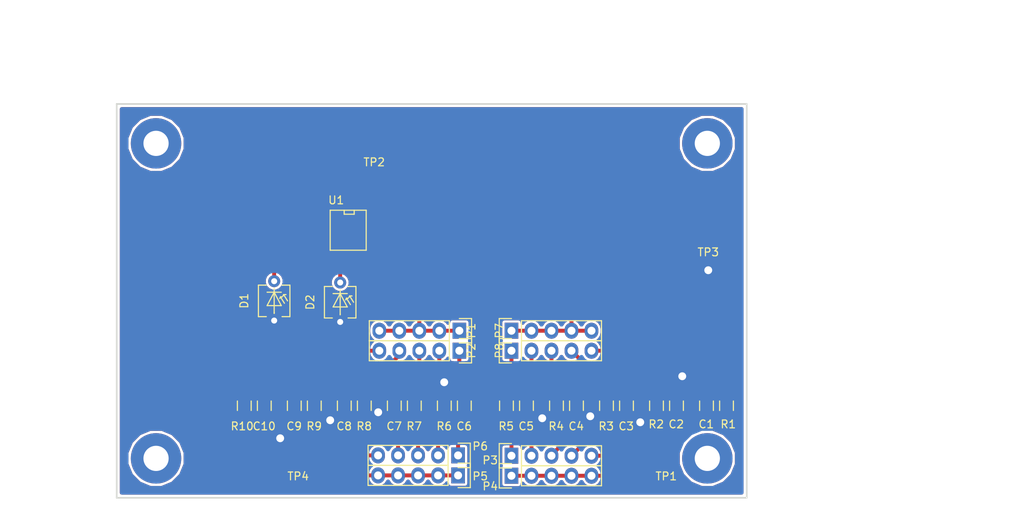
<source format=kicad_pcb>
(kicad_pcb (version 4) (host pcbnew 4.0.5+dfsg1-4)

  (general
    (links 87)
    (no_connects 0)
    (area 100.657143 68.3 210.85 133.238333)
    (thickness 1.6)
    (drawings 10)
    (tracks 144)
    (zones 0)
    (modules 48)
    (nets 19)
  )

  (page A4)
  (layers
    (0 F.Cu signal)
    (31 B.Cu signal hide)
    (32 B.Adhes user)
    (33 F.Adhes user)
    (34 B.Paste user)
    (35 F.Paste user)
    (36 B.SilkS user)
    (37 F.SilkS user hide)
    (38 B.Mask user)
    (39 F.Mask user)
    (40 Dwgs.User user)
    (41 Cmts.User user)
    (42 Eco1.User user)
    (43 Eco2.User user)
    (44 Edge.Cuts user)
    (45 Margin user)
    (46 B.CrtYd user)
    (47 F.CrtYd user)
    (48 B.Fab user)
    (49 F.Fab user)
  )

  (setup
    (last_trace_width 0.25)
    (user_trace_width 0.5)
    (trace_clearance 0.2)
    (zone_clearance 0.3)
    (zone_45_only no)
    (trace_min 0.2)
    (segment_width 0.2)
    (edge_width 0.2)
    (via_size 0.6)
    (via_drill 0.4)
    (via_min_size 0.4)
    (via_min_drill 0.3)
    (user_via 1 0.5)
    (uvia_size 0.3)
    (uvia_drill 0.1)
    (uvias_allowed no)
    (uvia_min_size 0.2)
    (uvia_min_drill 0.1)
    (pcb_text_width 0.3)
    (pcb_text_size 1.5 1.5)
    (mod_edge_width 0.15)
    (mod_text_size 1 1)
    (mod_text_width 0.15)
    (pad_size 2.49936 2.49936)
    (pad_drill 1.00076)
    (pad_to_mask_clearance 0.2)
    (aux_axis_origin 0 0)
    (grid_origin 134.874 122.682)
    (visible_elements FFFEFF5F)
    (pcbplotparams
      (layerselection 0x00030_80000001)
      (usegerberextensions false)
      (excludeedgelayer true)
      (linewidth 0.100000)
      (plotframeref false)
      (viasonmask false)
      (mode 1)
      (useauxorigin false)
      (hpglpennumber 1)
      (hpglpenspeed 20)
      (hpglpendiameter 15)
      (hpglpenoverlay 2)
      (psnegative false)
      (psa4output false)
      (plotreference true)
      (plotvalue true)
      (plotinvisibletext false)
      (padsonsilk false)
      (subtractmaskfromsilk false)
      (outputformat 1)
      (mirror false)
      (drillshape 1)
      (scaleselection 1)
      (outputdirectory ""))
  )

  (net 0 "")
  (net 1 "Net-(C1-Pad1)")
  (net 2 "Net-(C2-Pad1)")
  (net 3 "Net-(C3-Pad1)")
  (net 4 "Net-(C4-Pad1)")
  (net 5 "Net-(C5-Pad1)")
  (net 6 "Net-(P1-Pad1)")
  (net 7 "Net-(P4-Pad1)")
  (net 8 "Net-(D1-Pad1)")
  (net 9 GND)
  (net 10 +5V)
  (net 11 "Net-(C6-Pad1)")
  (net 12 "Net-(C7-Pad1)")
  (net 13 "Net-(C8-Pad1)")
  (net 14 "Net-(C9-Pad1)")
  (net 15 "Net-(C10-Pad1)")
  (net 16 "Net-(D2-Pad1)")
  (net 17 "Net-(P5-Pad1)")
  (net 18 "Net-(P7-Pad1)")

  (net_class Default "This is the default net class."
    (clearance 0.2)
    (trace_width 0.25)
    (via_dia 0.6)
    (via_drill 0.4)
    (uvia_dia 0.3)
    (uvia_drill 0.1)
    (add_net +5V)
    (add_net GND)
    (add_net "Net-(C1-Pad1)")
    (add_net "Net-(C10-Pad1)")
    (add_net "Net-(C2-Pad1)")
    (add_net "Net-(C3-Pad1)")
    (add_net "Net-(C4-Pad1)")
    (add_net "Net-(C5-Pad1)")
    (add_net "Net-(C6-Pad1)")
    (add_net "Net-(C7-Pad1)")
    (add_net "Net-(C8-Pad1)")
    (add_net "Net-(C9-Pad1)")
    (add_net "Net-(D1-Pad1)")
    (add_net "Net-(D2-Pad1)")
    (add_net "Net-(P1-Pad1)")
    (add_net "Net-(P4-Pad1)")
    (add_net "Net-(P5-Pad1)")
    (add_net "Net-(P7-Pad1)")
  )

  (module Wire_Pads:SolderWirePad_single_1mmDrill (layer F.Cu) (tedit 58FF5473) (tstamp 58FF551C)
    (at 178.816 115.57)
    (fp_text reference REF** (at 0 -3.81) (layer F.SilkS) hide
      (effects (font (size 1 1) (thickness 0.15)))
    )
    (fp_text value SolderWirePad_single_1mmDrill (at -1.905 3.175) (layer F.Fab)
      (effects (font (size 1 1) (thickness 0.15)))
    )
    (pad 1 thru_hole circle (at 0 0) (size 2.49936 2.49936) (drill 1.00076) (layers *.Cu)
      (net 9 GND))
  )

  (module Wire_Pads:SolderWirePad_single_1mmDrill (layer F.Cu) (tedit 58FF5473) (tstamp 58FF5517)
    (at 167.132 120.65)
    (fp_text reference REF** (at 0 -3.81) (layer F.SilkS) hide
      (effects (font (size 1 1) (thickness 0.15)))
    )
    (fp_text value SolderWirePad_single_1mmDrill (at -1.905 3.175) (layer F.Fab)
      (effects (font (size 1 1) (thickness 0.15)))
    )
    (pad 1 thru_hole circle (at 0 0) (size 2.49936 2.49936) (drill 1.00076) (layers *.Cu)
      (net 9 GND))
  )

  (module Wire_Pads:SolderWirePad_single_1mmDrill (layer F.Cu) (tedit 58FF5473) (tstamp 58FF5512)
    (at 173.482 121.412)
    (fp_text reference REF** (at 0 -3.81) (layer F.SilkS) hide
      (effects (font (size 1 1) (thickness 0.15)))
    )
    (fp_text value SolderWirePad_single_1mmDrill (at -1.905 3.175) (layer F.Fab)
      (effects (font (size 1 1) (thickness 0.15)))
    )
    (pad 1 thru_hole circle (at 0 0) (size 2.49936 2.49936) (drill 1.00076) (layers *.Cu)
      (net 9 GND))
  )

  (module Wire_Pads:SolderWirePad_single_1mmDrill (layer F.Cu) (tedit 58FF5473) (tstamp 58FF550D)
    (at 161.036 120.904)
    (fp_text reference REF** (at 0 -3.81) (layer F.SilkS) hide
      (effects (font (size 1 1) (thickness 0.15)))
    )
    (fp_text value SolderWirePad_single_1mmDrill (at -1.905 3.175) (layer F.Fab)
      (effects (font (size 1 1) (thickness 0.15)))
    )
    (pad 1 thru_hole circle (at 0 0) (size 2.49936 2.49936) (drill 1.00076) (layers *.Cu)
      (net 9 GND))
  )

  (module Wire_Pads:SolderWirePad_single_1mmDrill (layer F.Cu) (tedit 58FF5473) (tstamp 58FF54E8)
    (at 148.59 116.332)
    (fp_text reference REF** (at 0 -3.81) (layer F.SilkS) hide
      (effects (font (size 1 1) (thickness 0.15)))
    )
    (fp_text value SolderWirePad_single_1mmDrill (at -1.905 3.175) (layer F.Fab)
      (effects (font (size 1 1) (thickness 0.15)))
    )
    (pad 1 thru_hole circle (at 0 0) (size 2.49936 2.49936) (drill 1.00076) (layers *.Cu)
      (net 9 GND))
  )

  (module Wire_Pads:SolderWirePad_single_1mmDrill (layer F.Cu) (tedit 58FF5473) (tstamp 58FF54AA)
    (at 140.208 120.142)
    (fp_text reference REF** (at 0 -3.81) (layer F.SilkS) hide
      (effects (font (size 1 1) (thickness 0.15)))
    )
    (fp_text value SolderWirePad_single_1mmDrill (at -1.905 3.175) (layer F.Fab)
      (effects (font (size 1 1) (thickness 0.15)))
    )
    (pad 1 thru_hole circle (at 0 0) (size 2.49936 2.49936) (drill 1.00076) (layers *.Cu)
      (net 9 GND))
  )

  (module Wire_Pads:SolderWirePad_single_1mmDrill (layer F.Cu) (tedit 58FF5473) (tstamp 58FF54A1)
    (at 127.762 123.444)
    (fp_text reference REF** (at 0 -3.81) (layer F.SilkS) hide
      (effects (font (size 1 1) (thickness 0.15)))
    )
    (fp_text value SolderWirePad_single_1mmDrill (at -1.905 3.175) (layer F.Fab)
      (effects (font (size 1 1) (thickness 0.15)))
    )
    (pad 1 thru_hole circle (at 0 0) (size 2.49936 2.49936) (drill 1.00076) (layers *.Cu)
      (net 9 GND))
  )

  (module Wire_Pads:SolderWirePad_single_1mmDrill (layer F.Cu) (tedit 58FF5630) (tstamp 58FFB7ED)
    (at 182.118 102.108)
    (fp_text reference REF** (at 0 -3.81) (layer F.SilkS) hide
      (effects (font (size 1 1) (thickness 0.15)))
    )
    (fp_text value SolderWirePad_single_1mmDrill (at -1.905 3.175) (layer F.Fab)
      (effects (font (size 1 1) (thickness 0.15)))
    )
    (pad 1 thru_hole circle (at 0 0) (size 2.49936 2.49936) (drill 1.00076) (layers *.Cu)
      (net 9 GND))
  )

  (module Wire_Pads:SolderWirePad_single_1mmDrill (layer F.Cu) (tedit 58FF5473) (tstamp 58FFB7CA)
    (at 134.112 121.158)
    (fp_text reference REF** (at 0 -3.81) (layer F.SilkS) hide
      (effects (font (size 1 1) (thickness 0.15)))
    )
    (fp_text value SolderWirePad_single_1mmDrill (at -1.905 3.175) (layer F.Fab)
      (effects (font (size 1 1) (thickness 0.15)))
    )
    (pad 1 thru_hole circle (at 0 0) (size 2.49936 2.49936) (drill 1.00076) (layers *.Cu)
      (net 9 GND))
  )

  (module Mounting_Holes:MountingHole_3.2mm_M3_Pad (layer F.Cu) (tedit 58FF5599) (tstamp 58FF0A6E)
    (at 182 126)
    (descr "Mounting Hole 3.2mm, M3")
    (tags "mounting hole 3.2mm m3")
    (fp_text reference REF** (at 0 -4.2) (layer F.SilkS) hide
      (effects (font (size 1 1) (thickness 0.15)))
    )
    (fp_text value MountingHole_3.2mm_M3_Pad (at 0 4.2) (layer F.Fab)
      (effects (font (size 1 1) (thickness 0.15)))
    )
    (fp_circle (center 0 0) (end 3.2 0) (layer Cmts.User) (width 0.15))
    (fp_circle (center 0 0) (end 3.45 0) (layer F.CrtYd) (width 0.05))
    (pad 1 thru_hole circle (at 0 0) (size 6.4 6.4) (drill 3.2) (layers *.Cu *.Mask))
  )

  (module Pin_Headers:Pin_Header_Straight_1x05 (layer F.Cu) (tedit 54EA0684) (tstamp 5900189A)
    (at 157.13 109.79 90)
    (descr "Through hole pin header")
    (tags "pin header")
    (path /58FDBBF8)
    (fp_text reference P1 (at 0 -5.1 90) (layer F.SilkS)
      (effects (font (size 1 1) (thickness 0.15)))
    )
    (fp_text value CONN_01X05 (at 0 -3.1 90) (layer F.Fab)
      (effects (font (size 1 1) (thickness 0.15)))
    )
    (fp_line (start -1.55 0) (end -1.55 -1.55) (layer F.SilkS) (width 0.15))
    (fp_line (start -1.55 -1.55) (end 1.55 -1.55) (layer F.SilkS) (width 0.15))
    (fp_line (start 1.55 -1.55) (end 1.55 0) (layer F.SilkS) (width 0.15))
    (fp_line (start -1.75 -1.75) (end -1.75 11.95) (layer F.CrtYd) (width 0.05))
    (fp_line (start 1.75 -1.75) (end 1.75 11.95) (layer F.CrtYd) (width 0.05))
    (fp_line (start -1.75 -1.75) (end 1.75 -1.75) (layer F.CrtYd) (width 0.05))
    (fp_line (start -1.75 11.95) (end 1.75 11.95) (layer F.CrtYd) (width 0.05))
    (fp_line (start 1.27 1.27) (end 1.27 11.43) (layer F.SilkS) (width 0.15))
    (fp_line (start 1.27 11.43) (end -1.27 11.43) (layer F.SilkS) (width 0.15))
    (fp_line (start -1.27 11.43) (end -1.27 1.27) (layer F.SilkS) (width 0.15))
    (fp_line (start 1.27 1.27) (end -1.27 1.27) (layer F.SilkS) (width 0.15))
    (pad 1 thru_hole rect (at 0 0 90) (size 2.032 1.7272) (drill 1.016) (layers *.Cu *.Mask)
      (net 6 "Net-(P1-Pad1)"))
    (pad 2 thru_hole oval (at 0 2.54 90) (size 2.032 1.7272) (drill 1.016) (layers *.Cu *.Mask)
      (net 6 "Net-(P1-Pad1)"))
    (pad 3 thru_hole oval (at 0 5.08 90) (size 2.032 1.7272) (drill 1.016) (layers *.Cu *.Mask)
      (net 6 "Net-(P1-Pad1)"))
    (pad 4 thru_hole oval (at 0 7.62 90) (size 2.032 1.7272) (drill 1.016) (layers *.Cu *.Mask)
      (net 6 "Net-(P1-Pad1)"))
    (pad 5 thru_hole oval (at 0 10.16 90) (size 2.032 1.7272) (drill 1.016) (layers *.Cu *.Mask)
      (net 6 "Net-(P1-Pad1)"))
    (model Pin_Headers.3dshapes/Pin_Header_Straight_1x05.wrl
      (at (xyz 0 -0.2 0))
      (scale (xyz 1 1 1))
      (rotate (xyz 0 0 90))
    )
  )

  (module Pin_Headers:Pin_Header_Straight_1x05 (layer F.Cu) (tedit 54EA0684) (tstamp 590018AE)
    (at 157.13 112.33 90)
    (descr "Through hole pin header")
    (tags "pin header")
    (path /58FDC421)
    (fp_text reference P2 (at 0 -5.1 90) (layer F.SilkS)
      (effects (font (size 1 1) (thickness 0.15)))
    )
    (fp_text value CONN_01X05 (at 0 -3.1 90) (layer F.Fab)
      (effects (font (size 1 1) (thickness 0.15)))
    )
    (fp_line (start -1.55 0) (end -1.55 -1.55) (layer F.SilkS) (width 0.15))
    (fp_line (start -1.55 -1.55) (end 1.55 -1.55) (layer F.SilkS) (width 0.15))
    (fp_line (start 1.55 -1.55) (end 1.55 0) (layer F.SilkS) (width 0.15))
    (fp_line (start -1.75 -1.75) (end -1.75 11.95) (layer F.CrtYd) (width 0.05))
    (fp_line (start 1.75 -1.75) (end 1.75 11.95) (layer F.CrtYd) (width 0.05))
    (fp_line (start -1.75 -1.75) (end 1.75 -1.75) (layer F.CrtYd) (width 0.05))
    (fp_line (start -1.75 11.95) (end 1.75 11.95) (layer F.CrtYd) (width 0.05))
    (fp_line (start 1.27 1.27) (end 1.27 11.43) (layer F.SilkS) (width 0.15))
    (fp_line (start 1.27 11.43) (end -1.27 11.43) (layer F.SilkS) (width 0.15))
    (fp_line (start -1.27 11.43) (end -1.27 1.27) (layer F.SilkS) (width 0.15))
    (fp_line (start 1.27 1.27) (end -1.27 1.27) (layer F.SilkS) (width 0.15))
    (pad 1 thru_hole rect (at 0 0 90) (size 2.032 1.7272) (drill 1.016) (layers *.Cu *.Mask)
      (net 5 "Net-(C5-Pad1)"))
    (pad 2 thru_hole oval (at 0 2.54 90) (size 2.032 1.7272) (drill 1.016) (layers *.Cu *.Mask)
      (net 4 "Net-(C4-Pad1)"))
    (pad 3 thru_hole oval (at 0 5.08 90) (size 2.032 1.7272) (drill 1.016) (layers *.Cu *.Mask)
      (net 3 "Net-(C3-Pad1)"))
    (pad 4 thru_hole oval (at 0 7.62 90) (size 2.032 1.7272) (drill 1.016) (layers *.Cu *.Mask)
      (net 2 "Net-(C2-Pad1)"))
    (pad 5 thru_hole oval (at 0 10.16 90) (size 2.032 1.7272) (drill 1.016) (layers *.Cu *.Mask)
      (net 1 "Net-(C1-Pad1)"))
    (model Pin_Headers.3dshapes/Pin_Header_Straight_1x05.wrl
      (at (xyz 0 -0.2 0))
      (scale (xyz 1 1 1))
      (rotate (xyz 0 0 90))
    )
  )

  (module Pin_Headers:Pin_Header_Straight_1x05 (layer F.Cu) (tedit 58FF55EC) (tstamp 590018C2)
    (at 157.13 125.665 90)
    (descr "Through hole pin header")
    (tags "pin header")
    (path /58FDC9E0)
    (fp_text reference P3 (at -0.573 -2.698 180) (layer F.SilkS)
      (effects (font (size 1 1) (thickness 0.15)))
    )
    (fp_text value CONN_01X05 (at 0 -3.1 90) (layer F.Fab)
      (effects (font (size 1 1) (thickness 0.15)))
    )
    (fp_line (start -1.55 0) (end -1.55 -1.55) (layer F.SilkS) (width 0.15))
    (fp_line (start -1.55 -1.55) (end 1.55 -1.55) (layer F.SilkS) (width 0.15))
    (fp_line (start 1.55 -1.55) (end 1.55 0) (layer F.SilkS) (width 0.15))
    (fp_line (start -1.75 -1.75) (end -1.75 11.95) (layer F.CrtYd) (width 0.05))
    (fp_line (start 1.75 -1.75) (end 1.75 11.95) (layer F.CrtYd) (width 0.05))
    (fp_line (start -1.75 -1.75) (end 1.75 -1.75) (layer F.CrtYd) (width 0.05))
    (fp_line (start -1.75 11.95) (end 1.75 11.95) (layer F.CrtYd) (width 0.05))
    (fp_line (start 1.27 1.27) (end 1.27 11.43) (layer F.SilkS) (width 0.15))
    (fp_line (start 1.27 11.43) (end -1.27 11.43) (layer F.SilkS) (width 0.15))
    (fp_line (start -1.27 11.43) (end -1.27 1.27) (layer F.SilkS) (width 0.15))
    (fp_line (start 1.27 1.27) (end -1.27 1.27) (layer F.SilkS) (width 0.15))
    (pad 1 thru_hole rect (at 0 0 90) (size 2.032 1.7272) (drill 1.016) (layers *.Cu *.Mask)
      (net 5 "Net-(C5-Pad1)"))
    (pad 2 thru_hole oval (at 0 2.54 90) (size 2.032 1.7272) (drill 1.016) (layers *.Cu *.Mask)
      (net 4 "Net-(C4-Pad1)"))
    (pad 3 thru_hole oval (at 0 5.08 90) (size 2.032 1.7272) (drill 1.016) (layers *.Cu *.Mask)
      (net 3 "Net-(C3-Pad1)"))
    (pad 4 thru_hole oval (at 0 7.62 90) (size 2.032 1.7272) (drill 1.016) (layers *.Cu *.Mask)
      (net 2 "Net-(C2-Pad1)"))
    (pad 5 thru_hole oval (at 0 10.16 90) (size 2.032 1.7272) (drill 1.016) (layers *.Cu *.Mask)
      (net 1 "Net-(C1-Pad1)"))
    (model Pin_Headers.3dshapes/Pin_Header_Straight_1x05.wrl
      (at (xyz 0 -0.2 0))
      (scale (xyz 1 1 1))
      (rotate (xyz 0 0 90))
    )
  )

  (module Pin_Headers:Pin_Header_Straight_1x05 (layer F.Cu) (tedit 58FF55DB) (tstamp 590018D6)
    (at 157.13 128.205 90)
    (descr "Through hole pin header")
    (tags "pin header")
    (path /58FDC97C)
    (fp_text reference P4 (at -1.335 -2.698 180) (layer F.SilkS)
      (effects (font (size 1 1) (thickness 0.15)))
    )
    (fp_text value CONN_01X05 (at 0 -3.1 90) (layer F.Fab)
      (effects (font (size 1 1) (thickness 0.15)))
    )
    (fp_line (start -1.55 0) (end -1.55 -1.55) (layer F.SilkS) (width 0.15))
    (fp_line (start -1.55 -1.55) (end 1.55 -1.55) (layer F.SilkS) (width 0.15))
    (fp_line (start 1.55 -1.55) (end 1.55 0) (layer F.SilkS) (width 0.15))
    (fp_line (start -1.75 -1.75) (end -1.75 11.95) (layer F.CrtYd) (width 0.05))
    (fp_line (start 1.75 -1.75) (end 1.75 11.95) (layer F.CrtYd) (width 0.05))
    (fp_line (start -1.75 -1.75) (end 1.75 -1.75) (layer F.CrtYd) (width 0.05))
    (fp_line (start -1.75 11.95) (end 1.75 11.95) (layer F.CrtYd) (width 0.05))
    (fp_line (start 1.27 1.27) (end 1.27 11.43) (layer F.SilkS) (width 0.15))
    (fp_line (start 1.27 11.43) (end -1.27 11.43) (layer F.SilkS) (width 0.15))
    (fp_line (start -1.27 11.43) (end -1.27 1.27) (layer F.SilkS) (width 0.15))
    (fp_line (start 1.27 1.27) (end -1.27 1.27) (layer F.SilkS) (width 0.15))
    (pad 1 thru_hole rect (at 0 0 90) (size 2.032 1.7272) (drill 1.016) (layers *.Cu *.Mask)
      (net 7 "Net-(P4-Pad1)"))
    (pad 2 thru_hole oval (at 0 2.54 90) (size 2.032 1.7272) (drill 1.016) (layers *.Cu *.Mask)
      (net 7 "Net-(P4-Pad1)"))
    (pad 3 thru_hole oval (at 0 5.08 90) (size 2.032 1.7272) (drill 1.016) (layers *.Cu *.Mask)
      (net 7 "Net-(P4-Pad1)"))
    (pad 4 thru_hole oval (at 0 7.62 90) (size 2.032 1.7272) (drill 1.016) (layers *.Cu *.Mask)
      (net 7 "Net-(P4-Pad1)"))
    (pad 5 thru_hole oval (at 0 10.16 90) (size 2.032 1.7272) (drill 1.016) (layers *.Cu *.Mask)
      (net 7 "Net-(P4-Pad1)"))
    (model Pin_Headers.3dshapes/Pin_Header_Straight_1x05.wrl
      (at (xyz 0 -0.2 0))
      (scale (xyz 1 1 1))
      (rotate (xyz 0 0 90))
    )
  )

  (module Photodiodes:BPW34FA (layer F.Cu) (tedit 58FDDC7C) (tstamp 59009014)
    (at 127 106 270)
    (path /58FDDC96)
    (fp_text reference D1 (at 0 3.81 270) (layer F.SilkS)
      (effects (font (size 1 1) (thickness 0.15)))
    )
    (fp_text value BPW34FA (at 0 -3.81 270) (layer F.Fab)
      (effects (font (size 1 1) (thickness 0.15)))
    )
    (fp_line (start -0.8 -1.2) (end -0.6 -1.1) (layer F.SilkS) (width 0.15))
    (fp_line (start -0.8 -1.2) (end -0.8 -1.5) (layer F.SilkS) (width 0.15))
    (fp_line (start -0.5 -0.8) (end -0.5 -1) (layer F.SilkS) (width 0.15))
    (fp_line (start -0.5 -1) (end -0.5 -0.8) (layer F.SilkS) (width 0.15))
    (fp_line (start -0.5 -0.8) (end -0.3 -0.7) (layer F.SilkS) (width 0.15))
    (fp_line (start -0.5 -0.8) (end 0.3 -1.3) (layer F.SilkS) (width 0.15))
    (fp_line (start -0.8 -1.2) (end 0 -1.7) (layer F.SilkS) (width 0.15))
    (fp_line (start -1.1 -0.9) (end -1.1 0.9) (layer F.SilkS) (width 0.15))
    (fp_line (start -1.1 0) (end 0.6 0.9) (layer F.SilkS) (width 0.15))
    (fp_line (start 0.6 0) (end 0.6 0.9) (layer F.SilkS) (width 0.15))
    (fp_line (start 0.6 -0.9) (end 0.6 0) (layer F.SilkS) (width 0.15))
    (fp_line (start -1.1 0) (end 0.6 -0.9) (layer F.SilkS) (width 0.15))
    (fp_line (start -1.6 0) (end 1.5 0) (layer F.SilkS) (width 0.15))
    (fp_line (start 1.5 0) (end 1.6 0) (layer F.SilkS) (width 0.15))
    (fp_line (start 2 1) (end 2 2) (layer F.SilkS) (width 0.15))
    (fp_line (start 2 -2) (end 2 -1) (layer F.SilkS) (width 0.15))
    (fp_line (start -2 1) (end -2 2) (layer F.SilkS) (width 0.15))
    (fp_line (start -2 -2) (end 2 -2) (layer F.SilkS) (width 0.15))
    (fp_line (start -2 2) (end 2 2) (layer F.SilkS) (width 0.15))
    (fp_line (start -2 -2) (end -2 -1) (layer F.SilkS) (width 0.15))
    (pad 1 thru_hole circle (at -2.5 0 270) (size 1.524 1.524) (drill 0.762) (layers *.Cu *.Mask)
      (net 8 "Net-(D1-Pad1)"))
    (pad 2 thru_hole circle (at 2.5 0 270) (size 1.524 1.524) (drill 0.762) (layers *.Cu *.Mask)
      (net 9 GND))
  )

  (module Photodiodes:BPW34FA (layer F.Cu) (tedit 58FDDC7C) (tstamp 59009298)
    (at 135.382 106.172 270)
    (path /58FE921C)
    (fp_text reference D2 (at 0 3.81 270) (layer F.SilkS)
      (effects (font (size 1 1) (thickness 0.15)))
    )
    (fp_text value BPW34 (at 0 -3.81 270) (layer F.Fab)
      (effects (font (size 1 1) (thickness 0.15)))
    )
    (fp_line (start -0.8 -1.2) (end -0.6 -1.1) (layer F.SilkS) (width 0.15))
    (fp_line (start -0.8 -1.2) (end -0.8 -1.5) (layer F.SilkS) (width 0.15))
    (fp_line (start -0.5 -0.8) (end -0.5 -1) (layer F.SilkS) (width 0.15))
    (fp_line (start -0.5 -1) (end -0.5 -0.8) (layer F.SilkS) (width 0.15))
    (fp_line (start -0.5 -0.8) (end -0.3 -0.7) (layer F.SilkS) (width 0.15))
    (fp_line (start -0.5 -0.8) (end 0.3 -1.3) (layer F.SilkS) (width 0.15))
    (fp_line (start -0.8 -1.2) (end 0 -1.7) (layer F.SilkS) (width 0.15))
    (fp_line (start -1.1 -0.9) (end -1.1 0.9) (layer F.SilkS) (width 0.15))
    (fp_line (start -1.1 0) (end 0.6 0.9) (layer F.SilkS) (width 0.15))
    (fp_line (start 0.6 0) (end 0.6 0.9) (layer F.SilkS) (width 0.15))
    (fp_line (start 0.6 -0.9) (end 0.6 0) (layer F.SilkS) (width 0.15))
    (fp_line (start -1.1 0) (end 0.6 -0.9) (layer F.SilkS) (width 0.15))
    (fp_line (start -1.6 0) (end 1.5 0) (layer F.SilkS) (width 0.15))
    (fp_line (start 1.5 0) (end 1.6 0) (layer F.SilkS) (width 0.15))
    (fp_line (start 2 1) (end 2 2) (layer F.SilkS) (width 0.15))
    (fp_line (start 2 -2) (end 2 -1) (layer F.SilkS) (width 0.15))
    (fp_line (start -2 1) (end -2 2) (layer F.SilkS) (width 0.15))
    (fp_line (start -2 -2) (end 2 -2) (layer F.SilkS) (width 0.15))
    (fp_line (start -2 2) (end 2 2) (layer F.SilkS) (width 0.15))
    (fp_line (start -2 -2) (end -2 -1) (layer F.SilkS) (width 0.15))
    (pad 1 thru_hole circle (at -2.5 0 270) (size 1.524 1.524) (drill 0.762) (layers *.Cu *.Mask)
      (net 16 "Net-(D2-Pad1)"))
    (pad 2 thru_hole circle (at 2.5 0 270) (size 1.524 1.524) (drill 0.762) (layers *.Cu *.Mask)
      (net 9 GND))
  )

  (module Pin_Headers:Pin_Header_Straight_1x05 (layer F.Cu) (tedit 58FF55E4) (tstamp 590092AC)
    (at 150.352 128.16 270)
    (descr "Through hole pin header")
    (tags "pin header")
    (path /58FE91E6)
    (fp_text reference P5 (at 0.11 -2.81 360) (layer F.SilkS)
      (effects (font (size 1 1) (thickness 0.15)))
    )
    (fp_text value CONN_01X05 (at 0 -3.1 270) (layer F.Fab)
      (effects (font (size 1 1) (thickness 0.15)))
    )
    (fp_line (start -1.55 0) (end -1.55 -1.55) (layer F.SilkS) (width 0.15))
    (fp_line (start -1.55 -1.55) (end 1.55 -1.55) (layer F.SilkS) (width 0.15))
    (fp_line (start 1.55 -1.55) (end 1.55 0) (layer F.SilkS) (width 0.15))
    (fp_line (start -1.75 -1.75) (end -1.75 11.95) (layer F.CrtYd) (width 0.05))
    (fp_line (start 1.75 -1.75) (end 1.75 11.95) (layer F.CrtYd) (width 0.05))
    (fp_line (start -1.75 -1.75) (end 1.75 -1.75) (layer F.CrtYd) (width 0.05))
    (fp_line (start -1.75 11.95) (end 1.75 11.95) (layer F.CrtYd) (width 0.05))
    (fp_line (start 1.27 1.27) (end 1.27 11.43) (layer F.SilkS) (width 0.15))
    (fp_line (start 1.27 11.43) (end -1.27 11.43) (layer F.SilkS) (width 0.15))
    (fp_line (start -1.27 11.43) (end -1.27 1.27) (layer F.SilkS) (width 0.15))
    (fp_line (start 1.27 1.27) (end -1.27 1.27) (layer F.SilkS) (width 0.15))
    (pad 1 thru_hole rect (at 0 0 270) (size 2.032 1.7272) (drill 1.016) (layers *.Cu *.Mask)
      (net 17 "Net-(P5-Pad1)"))
    (pad 2 thru_hole oval (at 0 2.54 270) (size 2.032 1.7272) (drill 1.016) (layers *.Cu *.Mask)
      (net 17 "Net-(P5-Pad1)"))
    (pad 3 thru_hole oval (at 0 5.08 270) (size 2.032 1.7272) (drill 1.016) (layers *.Cu *.Mask)
      (net 17 "Net-(P5-Pad1)"))
    (pad 4 thru_hole oval (at 0 7.62 270) (size 2.032 1.7272) (drill 1.016) (layers *.Cu *.Mask)
      (net 17 "Net-(P5-Pad1)"))
    (pad 5 thru_hole oval (at 0 10.16 270) (size 2.032 1.7272) (drill 1.016) (layers *.Cu *.Mask)
      (net 17 "Net-(P5-Pad1)"))
    (model Pin_Headers.3dshapes/Pin_Header_Straight_1x05.wrl
      (at (xyz 0 -0.2 0))
      (scale (xyz 1 1 1))
      (rotate (xyz 0 0 90))
    )
  )

  (module Pin_Headers:Pin_Header_Straight_1x05 (layer F.Cu) (tedit 58FF55EF) (tstamp 590092C0)
    (at 150.352 125.62 270)
    (descr "Through hole pin header")
    (tags "pin header")
    (path /58FE928D)
    (fp_text reference P6 (at -1.16 -2.81 360) (layer F.SilkS)
      (effects (font (size 1 1) (thickness 0.15)))
    )
    (fp_text value CONN_01X05 (at 0 -3.1 270) (layer F.Fab)
      (effects (font (size 1 1) (thickness 0.15)))
    )
    (fp_line (start -1.55 0) (end -1.55 -1.55) (layer F.SilkS) (width 0.15))
    (fp_line (start -1.55 -1.55) (end 1.55 -1.55) (layer F.SilkS) (width 0.15))
    (fp_line (start 1.55 -1.55) (end 1.55 0) (layer F.SilkS) (width 0.15))
    (fp_line (start -1.75 -1.75) (end -1.75 11.95) (layer F.CrtYd) (width 0.05))
    (fp_line (start 1.75 -1.75) (end 1.75 11.95) (layer F.CrtYd) (width 0.05))
    (fp_line (start -1.75 -1.75) (end 1.75 -1.75) (layer F.CrtYd) (width 0.05))
    (fp_line (start -1.75 11.95) (end 1.75 11.95) (layer F.CrtYd) (width 0.05))
    (fp_line (start 1.27 1.27) (end 1.27 11.43) (layer F.SilkS) (width 0.15))
    (fp_line (start 1.27 11.43) (end -1.27 11.43) (layer F.SilkS) (width 0.15))
    (fp_line (start -1.27 11.43) (end -1.27 1.27) (layer F.SilkS) (width 0.15))
    (fp_line (start 1.27 1.27) (end -1.27 1.27) (layer F.SilkS) (width 0.15))
    (pad 1 thru_hole rect (at 0 0 270) (size 2.032 1.7272) (drill 1.016) (layers *.Cu *.Mask)
      (net 11 "Net-(C6-Pad1)"))
    (pad 2 thru_hole oval (at 0 2.54 270) (size 2.032 1.7272) (drill 1.016) (layers *.Cu *.Mask)
      (net 12 "Net-(C7-Pad1)"))
    (pad 3 thru_hole oval (at 0 5.08 270) (size 2.032 1.7272) (drill 1.016) (layers *.Cu *.Mask)
      (net 13 "Net-(C8-Pad1)"))
    (pad 4 thru_hole oval (at 0 7.62 270) (size 2.032 1.7272) (drill 1.016) (layers *.Cu *.Mask)
      (net 14 "Net-(C9-Pad1)"))
    (pad 5 thru_hole oval (at 0 10.16 270) (size 2.032 1.7272) (drill 1.016) (layers *.Cu *.Mask)
      (net 15 "Net-(C10-Pad1)"))
    (model Pin_Headers.3dshapes/Pin_Header_Straight_1x05.wrl
      (at (xyz 0 -0.2 0))
      (scale (xyz 1 1 1))
      (rotate (xyz 0 0 90))
    )
  )

  (module Pin_Headers:Pin_Header_Straight_1x05 (layer F.Cu) (tedit 54EA0684) (tstamp 590092D4)
    (at 150.51 109.79 270)
    (descr "Through hole pin header")
    (tags "pin header")
    (path /58FE91CE)
    (fp_text reference P7 (at 0 -5.1 270) (layer F.SilkS)
      (effects (font (size 1 1) (thickness 0.15)))
    )
    (fp_text value CONN_01X05 (at 0 -3.1 270) (layer F.Fab)
      (effects (font (size 1 1) (thickness 0.15)))
    )
    (fp_line (start -1.55 0) (end -1.55 -1.55) (layer F.SilkS) (width 0.15))
    (fp_line (start -1.55 -1.55) (end 1.55 -1.55) (layer F.SilkS) (width 0.15))
    (fp_line (start 1.55 -1.55) (end 1.55 0) (layer F.SilkS) (width 0.15))
    (fp_line (start -1.75 -1.75) (end -1.75 11.95) (layer F.CrtYd) (width 0.05))
    (fp_line (start 1.75 -1.75) (end 1.75 11.95) (layer F.CrtYd) (width 0.05))
    (fp_line (start -1.75 -1.75) (end 1.75 -1.75) (layer F.CrtYd) (width 0.05))
    (fp_line (start -1.75 11.95) (end 1.75 11.95) (layer F.CrtYd) (width 0.05))
    (fp_line (start 1.27 1.27) (end 1.27 11.43) (layer F.SilkS) (width 0.15))
    (fp_line (start 1.27 11.43) (end -1.27 11.43) (layer F.SilkS) (width 0.15))
    (fp_line (start -1.27 11.43) (end -1.27 1.27) (layer F.SilkS) (width 0.15))
    (fp_line (start 1.27 1.27) (end -1.27 1.27) (layer F.SilkS) (width 0.15))
    (pad 1 thru_hole rect (at 0 0 270) (size 2.032 1.7272) (drill 1.016) (layers *.Cu *.Mask)
      (net 18 "Net-(P7-Pad1)"))
    (pad 2 thru_hole oval (at 0 2.54 270) (size 2.032 1.7272) (drill 1.016) (layers *.Cu *.Mask)
      (net 18 "Net-(P7-Pad1)"))
    (pad 3 thru_hole oval (at 0 5.08 270) (size 2.032 1.7272) (drill 1.016) (layers *.Cu *.Mask)
      (net 18 "Net-(P7-Pad1)"))
    (pad 4 thru_hole oval (at 0 7.62 270) (size 2.032 1.7272) (drill 1.016) (layers *.Cu *.Mask)
      (net 18 "Net-(P7-Pad1)"))
    (pad 5 thru_hole oval (at 0 10.16 270) (size 2.032 1.7272) (drill 1.016) (layers *.Cu *.Mask)
      (net 18 "Net-(P7-Pad1)"))
    (model Pin_Headers.3dshapes/Pin_Header_Straight_1x05.wrl
      (at (xyz 0 -0.2 0))
      (scale (xyz 1 1 1))
      (rotate (xyz 0 0 90))
    )
  )

  (module Pin_Headers:Pin_Header_Straight_1x05 (layer F.Cu) (tedit 54EA0684) (tstamp 590092E8)
    (at 150.51 112.33 270)
    (descr "Through hole pin header")
    (tags "pin header")
    (path /58FE91D4)
    (fp_text reference P8 (at 0 -5.1 270) (layer F.SilkS)
      (effects (font (size 1 1) (thickness 0.15)))
    )
    (fp_text value CONN_01X05 (at 0 -3.1 270) (layer F.Fab)
      (effects (font (size 1 1) (thickness 0.15)))
    )
    (fp_line (start -1.55 0) (end -1.55 -1.55) (layer F.SilkS) (width 0.15))
    (fp_line (start -1.55 -1.55) (end 1.55 -1.55) (layer F.SilkS) (width 0.15))
    (fp_line (start 1.55 -1.55) (end 1.55 0) (layer F.SilkS) (width 0.15))
    (fp_line (start -1.75 -1.75) (end -1.75 11.95) (layer F.CrtYd) (width 0.05))
    (fp_line (start 1.75 -1.75) (end 1.75 11.95) (layer F.CrtYd) (width 0.05))
    (fp_line (start -1.75 -1.75) (end 1.75 -1.75) (layer F.CrtYd) (width 0.05))
    (fp_line (start -1.75 11.95) (end 1.75 11.95) (layer F.CrtYd) (width 0.05))
    (fp_line (start 1.27 1.27) (end 1.27 11.43) (layer F.SilkS) (width 0.15))
    (fp_line (start 1.27 11.43) (end -1.27 11.43) (layer F.SilkS) (width 0.15))
    (fp_line (start -1.27 11.43) (end -1.27 1.27) (layer F.SilkS) (width 0.15))
    (fp_line (start 1.27 1.27) (end -1.27 1.27) (layer F.SilkS) (width 0.15))
    (pad 1 thru_hole rect (at 0 0 270) (size 2.032 1.7272) (drill 1.016) (layers *.Cu *.Mask)
      (net 11 "Net-(C6-Pad1)"))
    (pad 2 thru_hole oval (at 0 2.54 270) (size 2.032 1.7272) (drill 1.016) (layers *.Cu *.Mask)
      (net 12 "Net-(C7-Pad1)"))
    (pad 3 thru_hole oval (at 0 5.08 270) (size 2.032 1.7272) (drill 1.016) (layers *.Cu *.Mask)
      (net 13 "Net-(C8-Pad1)"))
    (pad 4 thru_hole oval (at 0 7.62 270) (size 2.032 1.7272) (drill 1.016) (layers *.Cu *.Mask)
      (net 14 "Net-(C9-Pad1)"))
    (pad 5 thru_hole oval (at 0 10.16 270) (size 2.032 1.7272) (drill 1.016) (layers *.Cu *.Mask)
      (net 15 "Net-(C10-Pad1)"))
    (model Pin_Headers.3dshapes/Pin_Header_Straight_1x05.wrl
      (at (xyz 0 -0.2 0))
      (scale (xyz 1 1 1))
      (rotate (xyz 0 0 90))
    )
  )

  (module Resistors_SMD:R_0805 (layer F.Cu) (tedit 58FF540D) (tstamp 59009338)
    (at 123.205 119.315 270)
    (descr "Resistor SMD 0805, reflow soldering, Vishay (see dcrcw.pdf)")
    (tags "resistor 0805")
    (path /58FE91DA)
    (attr smd)
    (fp_text reference R10 (at 2.605 0.269 360) (layer F.SilkS)
      (effects (font (size 1 1) (thickness 0.15)))
    )
    (fp_text value 100M (at 0 2.1 270) (layer F.Fab)
      (effects (font (size 1 1) (thickness 0.15)))
    )
    (fp_line (start -1 0.625) (end -1 -0.625) (layer F.Fab) (width 0.1))
    (fp_line (start 1 0.625) (end -1 0.625) (layer F.Fab) (width 0.1))
    (fp_line (start 1 -0.625) (end 1 0.625) (layer F.Fab) (width 0.1))
    (fp_line (start -1 -0.625) (end 1 -0.625) (layer F.Fab) (width 0.1))
    (fp_line (start -1.6 -1) (end 1.6 -1) (layer F.CrtYd) (width 0.05))
    (fp_line (start -1.6 1) (end 1.6 1) (layer F.CrtYd) (width 0.05))
    (fp_line (start -1.6 -1) (end -1.6 1) (layer F.CrtYd) (width 0.05))
    (fp_line (start 1.6 -1) (end 1.6 1) (layer F.CrtYd) (width 0.05))
    (fp_line (start 0.6 0.875) (end -0.6 0.875) (layer F.SilkS) (width 0.15))
    (fp_line (start -0.6 -0.875) (end 0.6 -0.875) (layer F.SilkS) (width 0.15))
    (pad 1 smd rect (at -0.95 0 270) (size 0.7 1.3) (layers F.Cu F.Paste F.Mask)
      (net 15 "Net-(C10-Pad1)"))
    (pad 2 smd rect (at 0.95 0 270) (size 0.7 1.3) (layers F.Cu F.Paste F.Mask)
      (net 9 GND))
    (model Resistors_SMD.3dshapes/R_0805.wrl
      (at (xyz 0 0 0))
      (scale (xyz 1 1 1))
      (rotate (xyz 0 0 0))
    )
  )

  (module Resistors_SMD:R_0805 (layer F.Cu) (tedit 58FF55A4) (tstamp 58FDEFD0)
    (at 184.435 119.315 270)
    (descr "Resistor SMD 0805, reflow soldering, Vishay (see dcrcw.pdf)")
    (tags "resistor 0805")
    (path /58FDC47A)
    (attr smd)
    (fp_text reference R1 (at 2.351 -0.223 360) (layer F.SilkS)
      (effects (font (size 1 1) (thickness 0.15)))
    )
    (fp_text value 100M (at 0 2.1 270) (layer F.Fab)
      (effects (font (size 1 1) (thickness 0.15)))
    )
    (fp_line (start -1 0.625) (end -1 -0.625) (layer F.Fab) (width 0.1))
    (fp_line (start 1 0.625) (end -1 0.625) (layer F.Fab) (width 0.1))
    (fp_line (start 1 -0.625) (end 1 0.625) (layer F.Fab) (width 0.1))
    (fp_line (start -1 -0.625) (end 1 -0.625) (layer F.Fab) (width 0.1))
    (fp_line (start -1.6 -1) (end 1.6 -1) (layer F.CrtYd) (width 0.05))
    (fp_line (start -1.6 1) (end 1.6 1) (layer F.CrtYd) (width 0.05))
    (fp_line (start -1.6 -1) (end -1.6 1) (layer F.CrtYd) (width 0.05))
    (fp_line (start 1.6 -1) (end 1.6 1) (layer F.CrtYd) (width 0.05))
    (fp_line (start 0.6 0.875) (end -0.6 0.875) (layer F.SilkS) (width 0.15))
    (fp_line (start -0.6 -0.875) (end 0.6 -0.875) (layer F.SilkS) (width 0.15))
    (pad 1 smd rect (at -0.95 0 270) (size 0.7 1.3) (layers F.Cu F.Paste F.Mask)
      (net 1 "Net-(C1-Pad1)"))
    (pad 2 smd rect (at 0.95 0 270) (size 0.7 1.3) (layers F.Cu F.Paste F.Mask)
      (net 9 GND))
    (model Resistors_SMD.3dshapes/R_0805.wrl
      (at (xyz 0 0 0))
      (scale (xyz 1 1 1))
      (rotate (xyz 0 0 0))
    )
  )

  (module Resistors_SMD:R_0805 (layer F.Cu) (tedit 58FF5584) (tstamp 58FDEFD5)
    (at 175.545 119.315 270)
    (descr "Resistor SMD 0805, reflow soldering, Vishay (see dcrcw.pdf)")
    (tags "resistor 0805")
    (path /58FDCBC3)
    (attr smd)
    (fp_text reference R2 (at 2.351 0.031 360) (layer F.SilkS)
      (effects (font (size 1 1) (thickness 0.15)))
    )
    (fp_text value 10M (at 0 2.1 270) (layer F.Fab)
      (effects (font (size 1 1) (thickness 0.15)))
    )
    (fp_line (start -1 0.625) (end -1 -0.625) (layer F.Fab) (width 0.1))
    (fp_line (start 1 0.625) (end -1 0.625) (layer F.Fab) (width 0.1))
    (fp_line (start 1 -0.625) (end 1 0.625) (layer F.Fab) (width 0.1))
    (fp_line (start -1 -0.625) (end 1 -0.625) (layer F.Fab) (width 0.1))
    (fp_line (start -1.6 -1) (end 1.6 -1) (layer F.CrtYd) (width 0.05))
    (fp_line (start -1.6 1) (end 1.6 1) (layer F.CrtYd) (width 0.05))
    (fp_line (start -1.6 -1) (end -1.6 1) (layer F.CrtYd) (width 0.05))
    (fp_line (start 1.6 -1) (end 1.6 1) (layer F.CrtYd) (width 0.05))
    (fp_line (start 0.6 0.875) (end -0.6 0.875) (layer F.SilkS) (width 0.15))
    (fp_line (start -0.6 -0.875) (end 0.6 -0.875) (layer F.SilkS) (width 0.15))
    (pad 1 smd rect (at -0.95 0 270) (size 0.7 1.3) (layers F.Cu F.Paste F.Mask)
      (net 2 "Net-(C2-Pad1)"))
    (pad 2 smd rect (at 0.95 0 270) (size 0.7 1.3) (layers F.Cu F.Paste F.Mask)
      (net 9 GND))
    (model Resistors_SMD.3dshapes/R_0805.wrl
      (at (xyz 0 0 0))
      (scale (xyz 1 1 1))
      (rotate (xyz 0 0 0))
    )
  )

  (module Resistors_SMD:R_0805 (layer F.Cu) (tedit 58FF5579) (tstamp 58FDEFDA)
    (at 169.195 119.315 270)
    (descr "Resistor SMD 0805, reflow soldering, Vishay (see dcrcw.pdf)")
    (tags "resistor 0805")
    (path /58FDCCA7)
    (attr smd)
    (fp_text reference R3 (at 2.605 0.031 360) (layer F.SilkS)
      (effects (font (size 1 1) (thickness 0.15)))
    )
    (fp_text value 1M (at 0 2.1 270) (layer F.Fab)
      (effects (font (size 1 1) (thickness 0.15)))
    )
    (fp_line (start -1 0.625) (end -1 -0.625) (layer F.Fab) (width 0.1))
    (fp_line (start 1 0.625) (end -1 0.625) (layer F.Fab) (width 0.1))
    (fp_line (start 1 -0.625) (end 1 0.625) (layer F.Fab) (width 0.1))
    (fp_line (start -1 -0.625) (end 1 -0.625) (layer F.Fab) (width 0.1))
    (fp_line (start -1.6 -1) (end 1.6 -1) (layer F.CrtYd) (width 0.05))
    (fp_line (start -1.6 1) (end 1.6 1) (layer F.CrtYd) (width 0.05))
    (fp_line (start -1.6 -1) (end -1.6 1) (layer F.CrtYd) (width 0.05))
    (fp_line (start 1.6 -1) (end 1.6 1) (layer F.CrtYd) (width 0.05))
    (fp_line (start 0.6 0.875) (end -0.6 0.875) (layer F.SilkS) (width 0.15))
    (fp_line (start -0.6 -0.875) (end 0.6 -0.875) (layer F.SilkS) (width 0.15))
    (pad 1 smd rect (at -0.95 0 270) (size 0.7 1.3) (layers F.Cu F.Paste F.Mask)
      (net 3 "Net-(C3-Pad1)"))
    (pad 2 smd rect (at 0.95 0 270) (size 0.7 1.3) (layers F.Cu F.Paste F.Mask)
      (net 9 GND))
    (model Resistors_SMD.3dshapes/R_0805.wrl
      (at (xyz 0 0 0))
      (scale (xyz 1 1 1))
      (rotate (xyz 0 0 0))
    )
  )

  (module Resistors_SMD:R_0805 (layer F.Cu) (tedit 58FF556D) (tstamp 58FDEFDF)
    (at 162.845 119.315 270)
    (descr "Resistor SMD 0805, reflow soldering, Vishay (see dcrcw.pdf)")
    (tags "resistor 0805")
    (path /58FDCD16)
    (attr smd)
    (fp_text reference R4 (at 2.605 0.031 360) (layer F.SilkS)
      (effects (font (size 1 1) (thickness 0.15)))
    )
    (fp_text value 100k (at 0 2.1 270) (layer F.Fab)
      (effects (font (size 1 1) (thickness 0.15)))
    )
    (fp_line (start -1 0.625) (end -1 -0.625) (layer F.Fab) (width 0.1))
    (fp_line (start 1 0.625) (end -1 0.625) (layer F.Fab) (width 0.1))
    (fp_line (start 1 -0.625) (end 1 0.625) (layer F.Fab) (width 0.1))
    (fp_line (start -1 -0.625) (end 1 -0.625) (layer F.Fab) (width 0.1))
    (fp_line (start -1.6 -1) (end 1.6 -1) (layer F.CrtYd) (width 0.05))
    (fp_line (start -1.6 1) (end 1.6 1) (layer F.CrtYd) (width 0.05))
    (fp_line (start -1.6 -1) (end -1.6 1) (layer F.CrtYd) (width 0.05))
    (fp_line (start 1.6 -1) (end 1.6 1) (layer F.CrtYd) (width 0.05))
    (fp_line (start 0.6 0.875) (end -0.6 0.875) (layer F.SilkS) (width 0.15))
    (fp_line (start -0.6 -0.875) (end 0.6 -0.875) (layer F.SilkS) (width 0.15))
    (pad 1 smd rect (at -0.95 0 270) (size 0.7 1.3) (layers F.Cu F.Paste F.Mask)
      (net 4 "Net-(C4-Pad1)"))
    (pad 2 smd rect (at 0.95 0 270) (size 0.7 1.3) (layers F.Cu F.Paste F.Mask)
      (net 9 GND))
    (model Resistors_SMD.3dshapes/R_0805.wrl
      (at (xyz 0 0 0))
      (scale (xyz 1 1 1))
      (rotate (xyz 0 0 0))
    )
  )

  (module Resistors_SMD:R_0805 (layer F.Cu) (tedit 58FF5544) (tstamp 58FDEFE4)
    (at 156.495 119.315 270)
    (descr "Resistor SMD 0805, reflow soldering, Vishay (see dcrcw.pdf)")
    (tags "resistor 0805")
    (path /58FDCDBF)
    (attr smd)
    (fp_text reference R5 (at 2.605 0.031 360) (layer F.SilkS)
      (effects (font (size 1 1) (thickness 0.15)))
    )
    (fp_text value 10k (at 0 2.1 270) (layer F.Fab)
      (effects (font (size 1 1) (thickness 0.15)))
    )
    (fp_line (start -1 0.625) (end -1 -0.625) (layer F.Fab) (width 0.1))
    (fp_line (start 1 0.625) (end -1 0.625) (layer F.Fab) (width 0.1))
    (fp_line (start 1 -0.625) (end 1 0.625) (layer F.Fab) (width 0.1))
    (fp_line (start -1 -0.625) (end 1 -0.625) (layer F.Fab) (width 0.1))
    (fp_line (start -1.6 -1) (end 1.6 -1) (layer F.CrtYd) (width 0.05))
    (fp_line (start -1.6 1) (end 1.6 1) (layer F.CrtYd) (width 0.05))
    (fp_line (start -1.6 -1) (end -1.6 1) (layer F.CrtYd) (width 0.05))
    (fp_line (start 1.6 -1) (end 1.6 1) (layer F.CrtYd) (width 0.05))
    (fp_line (start 0.6 0.875) (end -0.6 0.875) (layer F.SilkS) (width 0.15))
    (fp_line (start -0.6 -0.875) (end 0.6 -0.875) (layer F.SilkS) (width 0.15))
    (pad 1 smd rect (at -0.95 0 270) (size 0.7 1.3) (layers F.Cu F.Paste F.Mask)
      (net 5 "Net-(C5-Pad1)"))
    (pad 2 smd rect (at 0.95 0 270) (size 0.7 1.3) (layers F.Cu F.Paste F.Mask)
      (net 9 GND))
    (model Resistors_SMD.3dshapes/R_0805.wrl
      (at (xyz 0 0 0))
      (scale (xyz 1 1 1))
      (rotate (xyz 0 0 0))
    )
  )

  (module Resistors_SMD:R_0805 (layer F.Cu) (tedit 58FF53CF) (tstamp 58FDEFE9)
    (at 148.605 119.315 270)
    (descr "Resistor SMD 0805, reflow soldering, Vishay (see dcrcw.pdf)")
    (tags "resistor 0805")
    (path /58FE9210)
    (attr smd)
    (fp_text reference R6 (at 2.605 0.015 360) (layer F.SilkS)
      (effects (font (size 1 1) (thickness 0.15)))
    )
    (fp_text value 10k (at 0 2.1 270) (layer F.Fab)
      (effects (font (size 1 1) (thickness 0.15)))
    )
    (fp_line (start -1 0.625) (end -1 -0.625) (layer F.Fab) (width 0.1))
    (fp_line (start 1 0.625) (end -1 0.625) (layer F.Fab) (width 0.1))
    (fp_line (start 1 -0.625) (end 1 0.625) (layer F.Fab) (width 0.1))
    (fp_line (start -1 -0.625) (end 1 -0.625) (layer F.Fab) (width 0.1))
    (fp_line (start -1.6 -1) (end 1.6 -1) (layer F.CrtYd) (width 0.05))
    (fp_line (start -1.6 1) (end 1.6 1) (layer F.CrtYd) (width 0.05))
    (fp_line (start -1.6 -1) (end -1.6 1) (layer F.CrtYd) (width 0.05))
    (fp_line (start 1.6 -1) (end 1.6 1) (layer F.CrtYd) (width 0.05))
    (fp_line (start 0.6 0.875) (end -0.6 0.875) (layer F.SilkS) (width 0.15))
    (fp_line (start -0.6 -0.875) (end 0.6 -0.875) (layer F.SilkS) (width 0.15))
    (pad 1 smd rect (at -0.95 0 270) (size 0.7 1.3) (layers F.Cu F.Paste F.Mask)
      (net 11 "Net-(C6-Pad1)"))
    (pad 2 smd rect (at 0.95 0 270) (size 0.7 1.3) (layers F.Cu F.Paste F.Mask)
      (net 9 GND))
    (model Resistors_SMD.3dshapes/R_0805.wrl
      (at (xyz 0 0 0))
      (scale (xyz 1 1 1))
      (rotate (xyz 0 0 0))
    )
  )

  (module Resistors_SMD:R_0805 (layer F.Cu) (tedit 58FF53DA) (tstamp 58FDEFEE)
    (at 144.795 119.315 270)
    (descr "Resistor SMD 0805, reflow soldering, Vishay (see dcrcw.pdf)")
    (tags "resistor 0805")
    (path /58FE9204)
    (attr smd)
    (fp_text reference R7 (at 2.605 0.015 360) (layer F.SilkS)
      (effects (font (size 1 1) (thickness 0.15)))
    )
    (fp_text value 100k (at 0 2.1 270) (layer F.Fab)
      (effects (font (size 1 1) (thickness 0.15)))
    )
    (fp_line (start -1 0.625) (end -1 -0.625) (layer F.Fab) (width 0.1))
    (fp_line (start 1 0.625) (end -1 0.625) (layer F.Fab) (width 0.1))
    (fp_line (start 1 -0.625) (end 1 0.625) (layer F.Fab) (width 0.1))
    (fp_line (start -1 -0.625) (end 1 -0.625) (layer F.Fab) (width 0.1))
    (fp_line (start -1.6 -1) (end 1.6 -1) (layer F.CrtYd) (width 0.05))
    (fp_line (start -1.6 1) (end 1.6 1) (layer F.CrtYd) (width 0.05))
    (fp_line (start -1.6 -1) (end -1.6 1) (layer F.CrtYd) (width 0.05))
    (fp_line (start 1.6 -1) (end 1.6 1) (layer F.CrtYd) (width 0.05))
    (fp_line (start 0.6 0.875) (end -0.6 0.875) (layer F.SilkS) (width 0.15))
    (fp_line (start -0.6 -0.875) (end 0.6 -0.875) (layer F.SilkS) (width 0.15))
    (pad 1 smd rect (at -0.95 0 270) (size 0.7 1.3) (layers F.Cu F.Paste F.Mask)
      (net 12 "Net-(C7-Pad1)"))
    (pad 2 smd rect (at 0.95 0 270) (size 0.7 1.3) (layers F.Cu F.Paste F.Mask)
      (net 9 GND))
    (model Resistors_SMD.3dshapes/R_0805.wrl
      (at (xyz 0 0 0))
      (scale (xyz 1 1 1))
      (rotate (xyz 0 0 0))
    )
  )

  (module Resistors_SMD:R_0805 (layer F.Cu) (tedit 58FF53E9) (tstamp 58FDEFF3)
    (at 138.445 119.315 270)
    (descr "Resistor SMD 0805, reflow soldering, Vishay (see dcrcw.pdf)")
    (tags "resistor 0805")
    (path /58FE91F8)
    (attr smd)
    (fp_text reference R8 (at 2.605 0.015 360) (layer F.SilkS)
      (effects (font (size 1 1) (thickness 0.15)))
    )
    (fp_text value 1M (at 0 2.1 270) (layer F.Fab)
      (effects (font (size 1 1) (thickness 0.15)))
    )
    (fp_line (start -1 0.625) (end -1 -0.625) (layer F.Fab) (width 0.1))
    (fp_line (start 1 0.625) (end -1 0.625) (layer F.Fab) (width 0.1))
    (fp_line (start 1 -0.625) (end 1 0.625) (layer F.Fab) (width 0.1))
    (fp_line (start -1 -0.625) (end 1 -0.625) (layer F.Fab) (width 0.1))
    (fp_line (start -1.6 -1) (end 1.6 -1) (layer F.CrtYd) (width 0.05))
    (fp_line (start -1.6 1) (end 1.6 1) (layer F.CrtYd) (width 0.05))
    (fp_line (start -1.6 -1) (end -1.6 1) (layer F.CrtYd) (width 0.05))
    (fp_line (start 1.6 -1) (end 1.6 1) (layer F.CrtYd) (width 0.05))
    (fp_line (start 0.6 0.875) (end -0.6 0.875) (layer F.SilkS) (width 0.15))
    (fp_line (start -0.6 -0.875) (end 0.6 -0.875) (layer F.SilkS) (width 0.15))
    (pad 1 smd rect (at -0.95 0 270) (size 0.7 1.3) (layers F.Cu F.Paste F.Mask)
      (net 13 "Net-(C8-Pad1)"))
    (pad 2 smd rect (at 0.95 0 270) (size 0.7 1.3) (layers F.Cu F.Paste F.Mask)
      (net 9 GND))
    (model Resistors_SMD.3dshapes/R_0805.wrl
      (at (xyz 0 0 0))
      (scale (xyz 1 1 1))
      (rotate (xyz 0 0 0))
    )
  )

  (module Resistors_SMD:R_0805 (layer F.Cu) (tedit 58FF53F5) (tstamp 58FDEFF8)
    (at 132.095 119.315 270)
    (descr "Resistor SMD 0805, reflow soldering, Vishay (see dcrcw.pdf)")
    (tags "resistor 0805")
    (path /58FE91EC)
    (attr smd)
    (fp_text reference R9 (at 2.605 0.015 360) (layer F.SilkS)
      (effects (font (size 1 1) (thickness 0.15)))
    )
    (fp_text value 10M (at 0 2.1 270) (layer F.Fab)
      (effects (font (size 1 1) (thickness 0.15)))
    )
    (fp_line (start -1 0.625) (end -1 -0.625) (layer F.Fab) (width 0.1))
    (fp_line (start 1 0.625) (end -1 0.625) (layer F.Fab) (width 0.1))
    (fp_line (start 1 -0.625) (end 1 0.625) (layer F.Fab) (width 0.1))
    (fp_line (start -1 -0.625) (end 1 -0.625) (layer F.Fab) (width 0.1))
    (fp_line (start -1.6 -1) (end 1.6 -1) (layer F.CrtYd) (width 0.05))
    (fp_line (start -1.6 1) (end 1.6 1) (layer F.CrtYd) (width 0.05))
    (fp_line (start -1.6 -1) (end -1.6 1) (layer F.CrtYd) (width 0.05))
    (fp_line (start 1.6 -1) (end 1.6 1) (layer F.CrtYd) (width 0.05))
    (fp_line (start 0.6 0.875) (end -0.6 0.875) (layer F.SilkS) (width 0.15))
    (fp_line (start -0.6 -0.875) (end 0.6 -0.875) (layer F.SilkS) (width 0.15))
    (pad 1 smd rect (at -0.95 0 270) (size 0.7 1.3) (layers F.Cu F.Paste F.Mask)
      (net 14 "Net-(C9-Pad1)"))
    (pad 2 smd rect (at 0.95 0 270) (size 0.7 1.3) (layers F.Cu F.Paste F.Mask)
      (net 9 GND))
    (model Resistors_SMD.3dshapes/R_0805.wrl
      (at (xyz 0 0 0))
      (scale (xyz 1 1 1))
      (rotate (xyz 0 0 0))
    )
  )

  (module Resistors_SMD:R_0805 (layer F.Cu) (tedit 58FF55A0) (tstamp 58FE111C)
    (at 181.895 119.315 270)
    (descr "Resistor SMD 0805, reflow soldering, Vishay (see dcrcw.pdf)")
    (tags "resistor 0805")
    (path /58FDC56B)
    (attr smd)
    (fp_text reference C1 (at 2.351 0.031 360) (layer F.SilkS)
      (effects (font (size 1 1) (thickness 0.15)))
    )
    (fp_text value 1p (at 0 2.1 270) (layer F.Fab)
      (effects (font (size 1 1) (thickness 0.15)))
    )
    (fp_line (start -1 0.625) (end -1 -0.625) (layer F.Fab) (width 0.1))
    (fp_line (start 1 0.625) (end -1 0.625) (layer F.Fab) (width 0.1))
    (fp_line (start 1 -0.625) (end 1 0.625) (layer F.Fab) (width 0.1))
    (fp_line (start -1 -0.625) (end 1 -0.625) (layer F.Fab) (width 0.1))
    (fp_line (start -1.6 -1) (end 1.6 -1) (layer F.CrtYd) (width 0.05))
    (fp_line (start -1.6 1) (end 1.6 1) (layer F.CrtYd) (width 0.05))
    (fp_line (start -1.6 -1) (end -1.6 1) (layer F.CrtYd) (width 0.05))
    (fp_line (start 1.6 -1) (end 1.6 1) (layer F.CrtYd) (width 0.05))
    (fp_line (start 0.6 0.875) (end -0.6 0.875) (layer F.SilkS) (width 0.15))
    (fp_line (start -0.6 -0.875) (end 0.6 -0.875) (layer F.SilkS) (width 0.15))
    (pad 1 smd rect (at -0.95 0 270) (size 0.7 1.3) (layers F.Cu F.Paste F.Mask)
      (net 1 "Net-(C1-Pad1)"))
    (pad 2 smd rect (at 0.95 0 270) (size 0.7 1.3) (layers F.Cu F.Paste F.Mask)
      (net 9 GND))
    (model Resistors_SMD.3dshapes/R_0805.wrl
      (at (xyz 0 0 0))
      (scale (xyz 1 1 1))
      (rotate (xyz 0 0 0))
    )
  )

  (module Resistors_SMD:R_0805 (layer F.Cu) (tedit 58FF558A) (tstamp 58FE1121)
    (at 178.085 119.315 270)
    (descr "Resistor SMD 0805, reflow soldering, Vishay (see dcrcw.pdf)")
    (tags "resistor 0805")
    (path /58FDCBC9)
    (attr smd)
    (fp_text reference C2 (at 2.351 0.031 360) (layer F.SilkS)
      (effects (font (size 1 1) (thickness 0.15)))
    )
    (fp_text value 10p (at 0 2.1 270) (layer F.Fab)
      (effects (font (size 1 1) (thickness 0.15)))
    )
    (fp_line (start -1 0.625) (end -1 -0.625) (layer F.Fab) (width 0.1))
    (fp_line (start 1 0.625) (end -1 0.625) (layer F.Fab) (width 0.1))
    (fp_line (start 1 -0.625) (end 1 0.625) (layer F.Fab) (width 0.1))
    (fp_line (start -1 -0.625) (end 1 -0.625) (layer F.Fab) (width 0.1))
    (fp_line (start -1.6 -1) (end 1.6 -1) (layer F.CrtYd) (width 0.05))
    (fp_line (start -1.6 1) (end 1.6 1) (layer F.CrtYd) (width 0.05))
    (fp_line (start -1.6 -1) (end -1.6 1) (layer F.CrtYd) (width 0.05))
    (fp_line (start 1.6 -1) (end 1.6 1) (layer F.CrtYd) (width 0.05))
    (fp_line (start 0.6 0.875) (end -0.6 0.875) (layer F.SilkS) (width 0.15))
    (fp_line (start -0.6 -0.875) (end 0.6 -0.875) (layer F.SilkS) (width 0.15))
    (pad 1 smd rect (at -0.95 0 270) (size 0.7 1.3) (layers F.Cu F.Paste F.Mask)
      (net 2 "Net-(C2-Pad1)"))
    (pad 2 smd rect (at 0.95 0 270) (size 0.7 1.3) (layers F.Cu F.Paste F.Mask)
      (net 9 GND))
    (model Resistors_SMD.3dshapes/R_0805.wrl
      (at (xyz 0 0 0))
      (scale (xyz 1 1 1))
      (rotate (xyz 0 0 0))
    )
  )

  (module Resistors_SMD:R_0805 (layer F.Cu) (tedit 58FF557E) (tstamp 58FE1126)
    (at 171.735 119.315 270)
    (descr "Resistor SMD 0805, reflow soldering, Vishay (see dcrcw.pdf)")
    (tags "resistor 0805")
    (path /58FDCCAD)
    (attr smd)
    (fp_text reference C3 (at 2.605 0.031 360) (layer F.SilkS)
      (effects (font (size 1 1) (thickness 0.15)))
    )
    (fp_text value 100p (at 0 2.1 270) (layer F.Fab)
      (effects (font (size 1 1) (thickness 0.15)))
    )
    (fp_line (start -1 0.625) (end -1 -0.625) (layer F.Fab) (width 0.1))
    (fp_line (start 1 0.625) (end -1 0.625) (layer F.Fab) (width 0.1))
    (fp_line (start 1 -0.625) (end 1 0.625) (layer F.Fab) (width 0.1))
    (fp_line (start -1 -0.625) (end 1 -0.625) (layer F.Fab) (width 0.1))
    (fp_line (start -1.6 -1) (end 1.6 -1) (layer F.CrtYd) (width 0.05))
    (fp_line (start -1.6 1) (end 1.6 1) (layer F.CrtYd) (width 0.05))
    (fp_line (start -1.6 -1) (end -1.6 1) (layer F.CrtYd) (width 0.05))
    (fp_line (start 1.6 -1) (end 1.6 1) (layer F.CrtYd) (width 0.05))
    (fp_line (start 0.6 0.875) (end -0.6 0.875) (layer F.SilkS) (width 0.15))
    (fp_line (start -0.6 -0.875) (end 0.6 -0.875) (layer F.SilkS) (width 0.15))
    (pad 1 smd rect (at -0.95 0 270) (size 0.7 1.3) (layers F.Cu F.Paste F.Mask)
      (net 3 "Net-(C3-Pad1)"))
    (pad 2 smd rect (at 0.95 0 270) (size 0.7 1.3) (layers F.Cu F.Paste F.Mask)
      (net 9 GND))
    (model Resistors_SMD.3dshapes/R_0805.wrl
      (at (xyz 0 0 0))
      (scale (xyz 1 1 1))
      (rotate (xyz 0 0 0))
    )
  )

  (module Resistors_SMD:R_0805 (layer F.Cu) (tedit 58FF5572) (tstamp 58FE112B)
    (at 165.385 119.315 270)
    (descr "Resistor SMD 0805, reflow soldering, Vishay (see dcrcw.pdf)")
    (tags "resistor 0805")
    (path /58FDCD1C)
    (attr smd)
    (fp_text reference C4 (at 2.605 0.031 360) (layer F.SilkS)
      (effects (font (size 1 1) (thickness 0.15)))
    )
    (fp_text value 1n (at 0 2.1 270) (layer F.Fab)
      (effects (font (size 1 1) (thickness 0.15)))
    )
    (fp_line (start -1 0.625) (end -1 -0.625) (layer F.Fab) (width 0.1))
    (fp_line (start 1 0.625) (end -1 0.625) (layer F.Fab) (width 0.1))
    (fp_line (start 1 -0.625) (end 1 0.625) (layer F.Fab) (width 0.1))
    (fp_line (start -1 -0.625) (end 1 -0.625) (layer F.Fab) (width 0.1))
    (fp_line (start -1.6 -1) (end 1.6 -1) (layer F.CrtYd) (width 0.05))
    (fp_line (start -1.6 1) (end 1.6 1) (layer F.CrtYd) (width 0.05))
    (fp_line (start -1.6 -1) (end -1.6 1) (layer F.CrtYd) (width 0.05))
    (fp_line (start 1.6 -1) (end 1.6 1) (layer F.CrtYd) (width 0.05))
    (fp_line (start 0.6 0.875) (end -0.6 0.875) (layer F.SilkS) (width 0.15))
    (fp_line (start -0.6 -0.875) (end 0.6 -0.875) (layer F.SilkS) (width 0.15))
    (pad 1 smd rect (at -0.95 0 270) (size 0.7 1.3) (layers F.Cu F.Paste F.Mask)
      (net 4 "Net-(C4-Pad1)"))
    (pad 2 smd rect (at 0.95 0 270) (size 0.7 1.3) (layers F.Cu F.Paste F.Mask)
      (net 9 GND))
    (model Resistors_SMD.3dshapes/R_0805.wrl
      (at (xyz 0 0 0))
      (scale (xyz 1 1 1))
      (rotate (xyz 0 0 0))
    )
  )

  (module Resistors_SMD:R_0805 (layer F.Cu) (tedit 58FF554A) (tstamp 58FE1130)
    (at 159.035 119.315 270)
    (descr "Resistor SMD 0805, reflow soldering, Vishay (see dcrcw.pdf)")
    (tags "resistor 0805")
    (path /58FDCDC5)
    (attr smd)
    (fp_text reference C5 (at 2.605 0.031 360) (layer F.SilkS)
      (effects (font (size 1 1) (thickness 0.15)))
    )
    (fp_text value 10n (at 0 2.1 270) (layer F.Fab)
      (effects (font (size 1 1) (thickness 0.15)))
    )
    (fp_line (start -1 0.625) (end -1 -0.625) (layer F.Fab) (width 0.1))
    (fp_line (start 1 0.625) (end -1 0.625) (layer F.Fab) (width 0.1))
    (fp_line (start 1 -0.625) (end 1 0.625) (layer F.Fab) (width 0.1))
    (fp_line (start -1 -0.625) (end 1 -0.625) (layer F.Fab) (width 0.1))
    (fp_line (start -1.6 -1) (end 1.6 -1) (layer F.CrtYd) (width 0.05))
    (fp_line (start -1.6 1) (end 1.6 1) (layer F.CrtYd) (width 0.05))
    (fp_line (start -1.6 -1) (end -1.6 1) (layer F.CrtYd) (width 0.05))
    (fp_line (start 1.6 -1) (end 1.6 1) (layer F.CrtYd) (width 0.05))
    (fp_line (start 0.6 0.875) (end -0.6 0.875) (layer F.SilkS) (width 0.15))
    (fp_line (start -0.6 -0.875) (end 0.6 -0.875) (layer F.SilkS) (width 0.15))
    (pad 1 smd rect (at -0.95 0 270) (size 0.7 1.3) (layers F.Cu F.Paste F.Mask)
      (net 5 "Net-(C5-Pad1)"))
    (pad 2 smd rect (at 0.95 0 270) (size 0.7 1.3) (layers F.Cu F.Paste F.Mask)
      (net 9 GND))
    (model Resistors_SMD.3dshapes/R_0805.wrl
      (at (xyz 0 0 0))
      (scale (xyz 1 1 1))
      (rotate (xyz 0 0 0))
    )
  )

  (module Resistors_SMD:R_0805 (layer F.Cu) (tedit 58FF53C5) (tstamp 58FE1135)
    (at 151.145 119.315 270)
    (descr "Resistor SMD 0805, reflow soldering, Vishay (see dcrcw.pdf)")
    (tags "resistor 0805")
    (path /58FE9216)
    (attr smd)
    (fp_text reference C6 (at 2.605 0.015 360) (layer F.SilkS)
      (effects (font (size 1 1) (thickness 0.15)))
    )
    (fp_text value 10n (at 0 2.1 270) (layer F.Fab)
      (effects (font (size 1 1) (thickness 0.15)))
    )
    (fp_line (start -1 0.625) (end -1 -0.625) (layer F.Fab) (width 0.1))
    (fp_line (start 1 0.625) (end -1 0.625) (layer F.Fab) (width 0.1))
    (fp_line (start 1 -0.625) (end 1 0.625) (layer F.Fab) (width 0.1))
    (fp_line (start -1 -0.625) (end 1 -0.625) (layer F.Fab) (width 0.1))
    (fp_line (start -1.6 -1) (end 1.6 -1) (layer F.CrtYd) (width 0.05))
    (fp_line (start -1.6 1) (end 1.6 1) (layer F.CrtYd) (width 0.05))
    (fp_line (start -1.6 -1) (end -1.6 1) (layer F.CrtYd) (width 0.05))
    (fp_line (start 1.6 -1) (end 1.6 1) (layer F.CrtYd) (width 0.05))
    (fp_line (start 0.6 0.875) (end -0.6 0.875) (layer F.SilkS) (width 0.15))
    (fp_line (start -0.6 -0.875) (end 0.6 -0.875) (layer F.SilkS) (width 0.15))
    (pad 1 smd rect (at -0.95 0 270) (size 0.7 1.3) (layers F.Cu F.Paste F.Mask)
      (net 11 "Net-(C6-Pad1)"))
    (pad 2 smd rect (at 0.95 0 270) (size 0.7 1.3) (layers F.Cu F.Paste F.Mask)
      (net 9 GND))
    (model Resistors_SMD.3dshapes/R_0805.wrl
      (at (xyz 0 0 0))
      (scale (xyz 1 1 1))
      (rotate (xyz 0 0 0))
    )
  )

  (module Resistors_SMD:R_0805 (layer F.Cu) (tedit 58FF53E0) (tstamp 58FE113A)
    (at 142.255 119.315 270)
    (descr "Resistor SMD 0805, reflow soldering, Vishay (see dcrcw.pdf)")
    (tags "resistor 0805")
    (path /58FE920A)
    (attr smd)
    (fp_text reference C7 (at 2.605 0.015 360) (layer F.SilkS)
      (effects (font (size 1 1) (thickness 0.15)))
    )
    (fp_text value 1n (at 0 2.1 270) (layer F.Fab)
      (effects (font (size 1 1) (thickness 0.15)))
    )
    (fp_line (start -1 0.625) (end -1 -0.625) (layer F.Fab) (width 0.1))
    (fp_line (start 1 0.625) (end -1 0.625) (layer F.Fab) (width 0.1))
    (fp_line (start 1 -0.625) (end 1 0.625) (layer F.Fab) (width 0.1))
    (fp_line (start -1 -0.625) (end 1 -0.625) (layer F.Fab) (width 0.1))
    (fp_line (start -1.6 -1) (end 1.6 -1) (layer F.CrtYd) (width 0.05))
    (fp_line (start -1.6 1) (end 1.6 1) (layer F.CrtYd) (width 0.05))
    (fp_line (start -1.6 -1) (end -1.6 1) (layer F.CrtYd) (width 0.05))
    (fp_line (start 1.6 -1) (end 1.6 1) (layer F.CrtYd) (width 0.05))
    (fp_line (start 0.6 0.875) (end -0.6 0.875) (layer F.SilkS) (width 0.15))
    (fp_line (start -0.6 -0.875) (end 0.6 -0.875) (layer F.SilkS) (width 0.15))
    (pad 1 smd rect (at -0.95 0 270) (size 0.7 1.3) (layers F.Cu F.Paste F.Mask)
      (net 12 "Net-(C7-Pad1)"))
    (pad 2 smd rect (at 0.95 0 270) (size 0.7 1.3) (layers F.Cu F.Paste F.Mask)
      (net 9 GND))
    (model Resistors_SMD.3dshapes/R_0805.wrl
      (at (xyz 0 0 0))
      (scale (xyz 1 1 1))
      (rotate (xyz 0 0 0))
    )
  )

  (module Resistors_SMD:R_0805 (layer F.Cu) (tedit 58FF53EE) (tstamp 58FE113F)
    (at 135.905 119.315 270)
    (descr "Resistor SMD 0805, reflow soldering, Vishay (see dcrcw.pdf)")
    (tags "resistor 0805")
    (path /58FE91FE)
    (attr smd)
    (fp_text reference C8 (at 2.605 0.015 360) (layer F.SilkS)
      (effects (font (size 1 1) (thickness 0.15)))
    )
    (fp_text value 100p (at 0 2.1 270) (layer F.Fab)
      (effects (font (size 1 1) (thickness 0.15)))
    )
    (fp_line (start -1 0.625) (end -1 -0.625) (layer F.Fab) (width 0.1))
    (fp_line (start 1 0.625) (end -1 0.625) (layer F.Fab) (width 0.1))
    (fp_line (start 1 -0.625) (end 1 0.625) (layer F.Fab) (width 0.1))
    (fp_line (start -1 -0.625) (end 1 -0.625) (layer F.Fab) (width 0.1))
    (fp_line (start -1.6 -1) (end 1.6 -1) (layer F.CrtYd) (width 0.05))
    (fp_line (start -1.6 1) (end 1.6 1) (layer F.CrtYd) (width 0.05))
    (fp_line (start -1.6 -1) (end -1.6 1) (layer F.CrtYd) (width 0.05))
    (fp_line (start 1.6 -1) (end 1.6 1) (layer F.CrtYd) (width 0.05))
    (fp_line (start 0.6 0.875) (end -0.6 0.875) (layer F.SilkS) (width 0.15))
    (fp_line (start -0.6 -0.875) (end 0.6 -0.875) (layer F.SilkS) (width 0.15))
    (pad 1 smd rect (at -0.95 0 270) (size 0.7 1.3) (layers F.Cu F.Paste F.Mask)
      (net 13 "Net-(C8-Pad1)"))
    (pad 2 smd rect (at 0.95 0 270) (size 0.7 1.3) (layers F.Cu F.Paste F.Mask)
      (net 9 GND))
    (model Resistors_SMD.3dshapes/R_0805.wrl
      (at (xyz 0 0 0))
      (scale (xyz 1 1 1))
      (rotate (xyz 0 0 0))
    )
  )

  (module Resistors_SMD:R_0805 (layer F.Cu) (tedit 58FF53FD) (tstamp 58FE1144)
    (at 129.555 119.315 270)
    (descr "Resistor SMD 0805, reflow soldering, Vishay (see dcrcw.pdf)")
    (tags "resistor 0805")
    (path /58FE91F2)
    (attr smd)
    (fp_text reference C9 (at 2.605 0.015 360) (layer F.SilkS)
      (effects (font (size 1 1) (thickness 0.15)))
    )
    (fp_text value 10p (at 0 2.1 270) (layer F.Fab)
      (effects (font (size 1 1) (thickness 0.15)))
    )
    (fp_line (start -1 0.625) (end -1 -0.625) (layer F.Fab) (width 0.1))
    (fp_line (start 1 0.625) (end -1 0.625) (layer F.Fab) (width 0.1))
    (fp_line (start 1 -0.625) (end 1 0.625) (layer F.Fab) (width 0.1))
    (fp_line (start -1 -0.625) (end 1 -0.625) (layer F.Fab) (width 0.1))
    (fp_line (start -1.6 -1) (end 1.6 -1) (layer F.CrtYd) (width 0.05))
    (fp_line (start -1.6 1) (end 1.6 1) (layer F.CrtYd) (width 0.05))
    (fp_line (start -1.6 -1) (end -1.6 1) (layer F.CrtYd) (width 0.05))
    (fp_line (start 1.6 -1) (end 1.6 1) (layer F.CrtYd) (width 0.05))
    (fp_line (start 0.6 0.875) (end -0.6 0.875) (layer F.SilkS) (width 0.15))
    (fp_line (start -0.6 -0.875) (end 0.6 -0.875) (layer F.SilkS) (width 0.15))
    (pad 1 smd rect (at -0.95 0 270) (size 0.7 1.3) (layers F.Cu F.Paste F.Mask)
      (net 14 "Net-(C9-Pad1)"))
    (pad 2 smd rect (at 0.95 0 270) (size 0.7 1.3) (layers F.Cu F.Paste F.Mask)
      (net 9 GND))
    (model Resistors_SMD.3dshapes/R_0805.wrl
      (at (xyz 0 0 0))
      (scale (xyz 1 1 1))
      (rotate (xyz 0 0 0))
    )
  )

  (module Resistors_SMD:R_0805 (layer F.Cu) (tedit 58FF5408) (tstamp 58FE1149)
    (at 125.745 119.315 270)
    (descr "Resistor SMD 0805, reflow soldering, Vishay (see dcrcw.pdf)")
    (tags "resistor 0805")
    (path /58FE91E0)
    (attr smd)
    (fp_text reference C10 (at 2.605 0.015 360) (layer F.SilkS)
      (effects (font (size 1 1) (thickness 0.15)))
    )
    (fp_text value 1p (at 0 2.1 270) (layer F.Fab)
      (effects (font (size 1 1) (thickness 0.15)))
    )
    (fp_line (start -1 0.625) (end -1 -0.625) (layer F.Fab) (width 0.1))
    (fp_line (start 1 0.625) (end -1 0.625) (layer F.Fab) (width 0.1))
    (fp_line (start 1 -0.625) (end 1 0.625) (layer F.Fab) (width 0.1))
    (fp_line (start -1 -0.625) (end 1 -0.625) (layer F.Fab) (width 0.1))
    (fp_line (start -1.6 -1) (end 1.6 -1) (layer F.CrtYd) (width 0.05))
    (fp_line (start -1.6 1) (end 1.6 1) (layer F.CrtYd) (width 0.05))
    (fp_line (start -1.6 -1) (end -1.6 1) (layer F.CrtYd) (width 0.05))
    (fp_line (start 1.6 -1) (end 1.6 1) (layer F.CrtYd) (width 0.05))
    (fp_line (start 0.6 0.875) (end -0.6 0.875) (layer F.SilkS) (width 0.15))
    (fp_line (start -0.6 -0.875) (end 0.6 -0.875) (layer F.SilkS) (width 0.15))
    (pad 1 smd rect (at -0.95 0 270) (size 0.7 1.3) (layers F.Cu F.Paste F.Mask)
      (net 15 "Net-(C10-Pad1)"))
    (pad 2 smd rect (at 0.95 0 270) (size 0.7 1.3) (layers F.Cu F.Paste F.Mask)
      (net 9 GND))
    (model Resistors_SMD.3dshapes/R_0805.wrl
      (at (xyz 0 0 0))
      (scale (xyz 1 1 1))
      (rotate (xyz 0 0 0))
    )
  )

  (module SMD_Packages:SOIC-8-N (layer F.Cu) (tedit 58FF2673) (tstamp 58FE285D)
    (at 136.398 97.028 270)
    (descr "Module Narrow CMS SOJ 8 pins large")
    (tags "CMS SOJ")
    (path /58FDBB28)
    (attr smd)
    (fp_text reference U1 (at -3.81 1.524 360) (layer F.SilkS)
      (effects (font (size 1 1) (thickness 0.15)))
    )
    (fp_text value AD8616 (at 0 1.27 270) (layer F.Fab)
      (effects (font (size 1 1) (thickness 0.15)))
    )
    (fp_line (start -2.54 -2.286) (end 2.54 -2.286) (layer F.SilkS) (width 0.15))
    (fp_line (start 2.54 -2.286) (end 2.54 2.286) (layer F.SilkS) (width 0.15))
    (fp_line (start 2.54 2.286) (end -2.54 2.286) (layer F.SilkS) (width 0.15))
    (fp_line (start -2.54 2.286) (end -2.54 -2.286) (layer F.SilkS) (width 0.15))
    (fp_line (start -2.54 -0.762) (end -2.032 -0.762) (layer F.SilkS) (width 0.15))
    (fp_line (start -2.032 -0.762) (end -2.032 0.508) (layer F.SilkS) (width 0.15))
    (fp_line (start -2.032 0.508) (end -2.54 0.508) (layer F.SilkS) (width 0.15))
    (pad 8 smd rect (at -1.905 -3.175 270) (size 0.508 1.143) (layers F.Cu F.Paste F.Mask)
      (net 10 +5V))
    (pad 7 smd rect (at -0.635 -3.175 270) (size 0.508 1.143) (layers F.Cu F.Paste F.Mask)
      (net 18 "Net-(P7-Pad1)"))
    (pad 6 smd rect (at 0.635 -3.175 270) (size 0.508 1.143) (layers F.Cu F.Paste F.Mask)
      (net 9 GND))
    (pad 5 smd rect (at 1.905 -3.175 270) (size 0.508 1.143) (layers F.Cu F.Paste F.Mask)
      (net 16 "Net-(D2-Pad1)"))
    (pad 4 smd rect (at 1.905 3.175 270) (size 0.508 1.143) (layers F.Cu F.Paste F.Mask)
      (net 9 GND))
    (pad 3 smd rect (at 0.635 3.175 270) (size 0.508 1.143) (layers F.Cu F.Paste F.Mask)
      (net 8 "Net-(D1-Pad1)"))
    (pad 2 smd rect (at -0.635 3.175 270) (size 0.508 1.143) (layers F.Cu F.Paste F.Mask)
      (net 9 GND))
    (pad 1 smd rect (at -1.905 3.175 270) (size 0.508 1.143) (layers F.Cu F.Paste F.Mask)
      (net 6 "Net-(P1-Pad1)"))
    (model SMD_Packages.3dshapes/SOIC-8-N.wrl
      (at (xyz 0 0 0))
      (scale (xyz 0.5 0.38 0.5))
      (rotate (xyz 0 0 0))
    )
  )

  (module Mounting_Holes:MountingHole_3.2mm_M3_Pad (layer F.Cu) (tedit 58FF564A) (tstamp 58FE333D)
    (at 112 86)
    (descr "Mounting Hole 3.2mm, M3")
    (tags "mounting hole 3.2mm m3")
    (fp_text reference REF** (at 0 -4.2) (layer F.SilkS) hide
      (effects (font (size 1 1) (thickness 0.15)))
    )
    (fp_text value MountingHole_3.2mm_M3_Pad (at 0 4.2) (layer F.Fab)
      (effects (font (size 1 1) (thickness 0.15)))
    )
    (fp_circle (center 0 0) (end 3.2 0) (layer Cmts.User) (width 0.15))
    (fp_circle (center 0 0) (end 3.45 0) (layer F.CrtYd) (width 0.05))
    (pad 1 thru_hole circle (at 0 0) (size 6.4 6.4) (drill 3.2) (layers *.Cu *.Mask))
  )

  (module Mounting_Holes:MountingHole_3.2mm_M3_Pad (layer F.Cu) (tedit 58FF5641) (tstamp 58FE3349)
    (at 112 126)
    (descr "Mounting Hole 3.2mm, M3")
    (tags "mounting hole 3.2mm m3")
    (fp_text reference REF** (at 0 -4.2) (layer F.SilkS) hide
      (effects (font (size 1 1) (thickness 0.15)))
    )
    (fp_text value MountingHole_3.2mm_M3_Pad (at 0 4.2) (layer F.Fab)
      (effects (font (size 1 1) (thickness 0.15)))
    )
    (fp_circle (center 0 0) (end 3.2 0) (layer Cmts.User) (width 0.15))
    (fp_circle (center 0 0) (end 3.45 0) (layer F.CrtYd) (width 0.05))
    (pad 1 thru_hole circle (at 0 0) (size 6.4 6.4) (drill 3.2) (layers *.Cu *.Mask))
  )

  (module Mounting_Holes:MountingHole_3.2mm_M3_Pad (layer F.Cu) (tedit 58FF5638) (tstamp 58FE3366)
    (at 182 86)
    (descr "Mounting Hole 3.2mm, M3")
    (tags "mounting hole 3.2mm m3")
    (fp_text reference REF** (at 0 -4.2) (layer F.SilkS) hide
      (effects (font (size 1 1) (thickness 0.15)))
    )
    (fp_text value MountingHole_3.2mm_M3_Pad (at 0 4.2) (layer F.Fab)
      (effects (font (size 1 1) (thickness 0.15)))
    )
    (fp_circle (center 0 0) (end 3.2 0) (layer Cmts.User) (width 0.15))
    (fp_circle (center 0 0) (end 3.45 0) (layer F.CrtYd) (width 0.05))
    (pad 1 thru_hole circle (at 0 0) (size 6.4 6.4) (drill 3.2) (layers *.Cu *.Mask))
  )

  (module Testpoints:TP_SMD_quadr_3mm (layer F.Cu) (tedit 58FF5625) (tstamp 58FFB0B5)
    (at 173.482 128.27)
    (path /58FE3886)
    (fp_text reference TP1 (at 3.302 0) (layer F.SilkS)
      (effects (font (size 1 1) (thickness 0.15)))
    )
    (fp_text value TEST (at 0 -2.54) (layer F.Fab)
      (effects (font (size 1 1) (thickness 0.15)))
    )
    (pad 1 smd rect (at 0 0) (size 3 3) (layers F.Cu F.Paste F.Mask)
      (net 7 "Net-(P4-Pad1)"))
  )

  (module Testpoints:TP_SMD_quadr_3mm (layer F.Cu) (tedit 58FF266A) (tstamp 58FFB0B9)
    (at 139.7 91.694)
    (path /58FEC254)
    (fp_text reference TP2 (at 0 -3.302) (layer F.SilkS)
      (effects (font (size 1 1) (thickness 0.15)))
    )
    (fp_text value TEST (at 0 -2.54) (layer F.Fab)
      (effects (font (size 1 1) (thickness 0.15)))
    )
    (pad 1 smd rect (at 0 0) (size 3 3) (layers F.Cu F.Paste F.Mask)
      (net 10 +5V))
  )

  (module Testpoints:TP_SMD_quadr_3mm (layer F.Cu) (tedit 58FF0D14) (tstamp 58FFB0C1)
    (at 182.118 97.282)
    (path /58FF116B)
    (fp_text reference TP3 (at 0 2.54) (layer F.SilkS)
      (effects (font (size 1 1) (thickness 0.15)))
    )
    (fp_text value TEST (at 0 -2.54) (layer F.Fab)
      (effects (font (size 1 1) (thickness 0.15)))
    )
    (pad 1 smd rect (at 0 0) (size 3 3) (layers F.Cu F.Paste F.Mask)
      (net 9 GND))
  )

  (module Testpoints:TP_SMD_quadr_3mm (layer F.Cu) (tedit 58FF561C) (tstamp 58FFB0C2)
    (at 133.604 128.27)
    (path /58FE922E)
    (fp_text reference TP4 (at -3.556 0) (layer F.SilkS)
      (effects (font (size 1 1) (thickness 0.15)))
    )
    (fp_text value TEST (at 0 -2.54) (layer F.Fab)
      (effects (font (size 1 1) (thickness 0.15)))
    )
    (pad 1 smd rect (at 0 0) (size 3 3) (layers F.Cu F.Paste F.Mask)
      (net 17 "Net-(P5-Pad1)"))
  )

  (dimension 50.038 (width 0.3) (layer Dwgs.User)
    (gr_text "50,0 mm" (at 219.536 106.045 270) (layer Dwgs.User)
      (effects (font (size 1.5 1.5) (thickness 0.3)))
    )
    (feature1 (pts (xy 186.944 131.064) (xy 220.886 131.064)))
    (feature2 (pts (xy 186.944 81.026) (xy 220.886 81.026)))
    (crossbar (pts (xy 218.186 81.026) (xy 218.186 131.064)))
    (arrow1a (pts (xy 218.186 131.064) (xy 217.599579 129.937496)))
    (arrow1b (pts (xy 218.186 131.064) (xy 218.772421 129.937496)))
    (arrow2a (pts (xy 218.186 81.026) (xy 217.599579 82.152504)))
    (arrow2b (pts (xy 218.186 81.026) (xy 218.772421 82.152504)))
  )
  (dimension 80.01 (width 0.3) (layer Dwgs.User)
    (gr_text "80,0 mm" (at 146.939 135.716) (layer Dwgs.User)
      (effects (font (size 1.5 1.5) (thickness 0.3)))
    )
    (feature1 (pts (xy 186.944 131.064) (xy 186.944 137.066)))
    (feature2 (pts (xy 106.934 131.064) (xy 106.934 137.066)))
    (crossbar (pts (xy 106.934 134.366) (xy 186.944 134.366)))
    (arrow1a (pts (xy 186.944 134.366) (xy 185.817496 134.952421)))
    (arrow1b (pts (xy 186.944 134.366) (xy 185.817496 133.779579)))
    (arrow2a (pts (xy 106.934 134.366) (xy 108.060504 134.952421)))
    (arrow2b (pts (xy 106.934 134.366) (xy 108.060504 133.779579)))
  )
  (dimension 5.08 (width 0.3) (layer Dwgs.User)
    (gr_text "5,0 mm" (at 113.538 96.52) (layer Dwgs.User)
      (effects (font (size 1.5 1.5) (thickness 0.3)))
    )
    (feature1 (pts (xy 106.934 86.106) (xy 106.934 94.14)))
    (feature2 (pts (xy 112.014 86.106) (xy 112.014 94.14)))
    (crossbar (pts (xy 112.014 91.44) (xy 106.934 91.44)))
    (arrow1a (pts (xy 106.934 91.44) (xy 108.060504 90.853579)))
    (arrow1b (pts (xy 106.934 91.44) (xy 108.060504 92.026421)))
    (arrow2a (pts (xy 112.014 91.44) (xy 110.887496 90.853579)))
    (arrow2b (pts (xy 112.014 91.44) (xy 110.887496 92.026421)))
  )
  (dimension 5.08 (width 0.3) (layer Dwgs.User)
    (gr_text "5,0 mm" (at 95.504 83.566 270) (layer Dwgs.User)
      (effects (font (size 1.5 1.5) (thickness 0.3)))
    )
    (feature1 (pts (xy 112.014 86.106) (xy 97.122 86.106)))
    (feature2 (pts (xy 112.014 81.026) (xy 97.122 81.026)))
    (crossbar (pts (xy 99.822 81.026) (xy 99.822 86.106)))
    (arrow1a (pts (xy 99.822 86.106) (xy 99.235579 84.979496)))
    (arrow1b (pts (xy 99.822 86.106) (xy 100.408421 84.979496)))
    (arrow2a (pts (xy 99.822 81.026) (xy 99.235579 82.152504)))
    (arrow2b (pts (xy 99.822 81.026) (xy 100.408421 82.152504)))
  )
  (dimension 20 (width 0.3) (layer Dwgs.User)
    (gr_text "20,000 mm" (at 117 69.65) (layer Dwgs.User)
      (effects (font (size 1.5 1.5) (thickness 0.3)))
    )
    (feature1 (pts (xy 127 113) (xy 127 68.3)))
    (feature2 (pts (xy 107 113) (xy 107 68.3)))
    (crossbar (pts (xy 107 71) (xy 127 71)))
    (arrow1a (pts (xy 127 71) (xy 125.873496 71.586421)))
    (arrow1b (pts (xy 127 71) (xy 125.873496 70.413579)))
    (arrow2a (pts (xy 107 71) (xy 108.126504 71.586421)))
    (arrow2b (pts (xy 107 71) (xy 108.126504 70.413579)))
  )
  (dimension 25 (width 0.3) (layer Dwgs.User)
    (gr_text "25,000 mm" (at 204.35 93.5 270) (layer Dwgs.User)
      (effects (font (size 1.5 1.5) (thickness 0.3)))
    )
    (feature1 (pts (xy 107 106) (xy 205.7 106)))
    (feature2 (pts (xy 107 81) (xy 205.7 81)))
    (crossbar (pts (xy 203 81) (xy 203 106)))
    (arrow1a (pts (xy 203 106) (xy 202.413579 104.873496)))
    (arrow1b (pts (xy 203 106) (xy 203.586421 104.873496)))
    (arrow2a (pts (xy 203 81) (xy 202.413579 82.126504)))
    (arrow2b (pts (xy 203 81) (xy 203.586421 82.126504)))
  )
  (gr_line (start 107 131) (end 187 131) (angle 90) (layer Edge.Cuts) (width 0.2) (tstamp 58FE3056))
  (gr_line (start 107 81) (end 107 131) (angle 90) (layer Edge.Cuts) (width 0.2))
  (gr_line (start 187 81) (end 187 131) (angle 90) (layer Edge.Cuts) (width 0.2))
  (gr_line (start 107 81) (end 187 81) (angle 90) (layer Edge.Cuts) (width 0.2))

  (segment (start 183.134 118.365) (end 183.134 120.904) (width 0.5) (layer F.Cu) (net 1))
  (segment (start 176.595 125.665) (end 167.29 125.665) (width 0.5) (layer F.Cu) (net 1) (tstamp 58FFB490))
  (segment (start 180.594 121.666) (end 176.595 125.665) (width 0.5) (layer F.Cu) (net 1) (tstamp 58FFB48F))
  (segment (start 182.372 121.666) (end 180.594 121.666) (width 0.5) (layer F.Cu) (net 1) (tstamp 58FFB48E))
  (segment (start 183.134 120.904) (end 182.372 121.666) (width 0.5) (layer F.Cu) (net 1) (tstamp 58FFB48D))
  (segment (start 184.435 118.365) (end 183.134 118.365) (width 0.5) (layer F.Cu) (net 1))
  (segment (start 183.134 118.365) (end 181.895 118.365) (width 0.5) (layer F.Cu) (net 1) (tstamp 58FFB48B))
  (segment (start 181.895 118.365) (end 181.895 113.569) (width 0.5) (layer F.Cu) (net 1))
  (segment (start 180.656 112.33) (end 167.29 112.33) (width 0.5) (layer F.Cu) (net 1) (tstamp 58FFB3B0))
  (segment (start 181.895 113.569) (end 180.656 112.33) (width 0.5) (layer F.Cu) (net 1) (tstamp 58FFB3AF))
  (segment (start 176.784 118.365) (end 176.784 122.174) (width 0.5) (layer F.Cu) (net 2))
  (segment (start 166.717 123.698) (end 164.75 125.665) (width 0.5) (layer F.Cu) (net 2) (tstamp 58FFB549))
  (segment (start 175.26 123.698) (end 166.717 123.698) (width 0.5) (layer F.Cu) (net 2) (tstamp 58FFB548))
  (segment (start 176.784 122.174) (end 175.26 123.698) (width 0.5) (layer F.Cu) (net 2) (tstamp 58FFB547))
  (segment (start 164.75 125.665) (end 164.75 125.318) (width 0.5) (layer F.Cu) (net 2))
  (segment (start 175.545 118.365) (end 175.545 115.601) (width 0.5) (layer F.Cu) (net 2))
  (segment (start 166.72 114.3) (end 164.75 112.33) (width 0.5) (layer F.Cu) (net 2) (tstamp 58FFB3C4))
  (segment (start 174.244 114.3) (end 166.72 114.3) (width 0.5) (layer F.Cu) (net 2) (tstamp 58FFB3C3))
  (segment (start 175.545 115.601) (end 174.244 114.3) (width 0.5) (layer F.Cu) (net 2) (tstamp 58FFB3C2))
  (segment (start 175.545 118.365) (end 176.784 118.365) (width 0.5) (layer F.Cu) (net 2))
  (segment (start 176.784 118.365) (end 178.085 118.365) (width 0.5) (layer F.Cu) (net 2) (tstamp 58FFB545))
  (segment (start 170.434 118.365) (end 170.434 121.158) (width 0.5) (layer F.Cu) (net 3))
  (segment (start 165.1 122.682) (end 162.21 125.572) (width 0.5) (layer F.Cu) (net 3) (tstamp 58FFB540))
  (segment (start 168.91 122.682) (end 165.1 122.682) (width 0.5) (layer F.Cu) (net 3) (tstamp 58FFB53F))
  (segment (start 170.434 121.158) (end 168.91 122.682) (width 0.5) (layer F.Cu) (net 3) (tstamp 58FFB53E))
  (segment (start 162.21 125.572) (end 162.21 125.665) (width 0.5) (layer F.Cu) (net 3) (tstamp 58FFB541))
  (segment (start 162.21 125.665) (end 162.21 125.572) (width 0.5) (layer F.Cu) (net 3))
  (segment (start 162.21 112.33) (end 162.21 114.966) (width 0.5) (layer F.Cu) (net 3))
  (segment (start 169.195 116.871) (end 169.195 118.365) (width 0.5) (layer F.Cu) (net 3) (tstamp 58FFB3EF))
  (segment (start 168.402 116.078) (end 169.195 116.871) (width 0.5) (layer F.Cu) (net 3) (tstamp 58FFB3EE))
  (segment (start 163.322 116.078) (end 168.402 116.078) (width 0.5) (layer F.Cu) (net 3) (tstamp 58FFB3ED))
  (segment (start 162.21 114.966) (end 163.322 116.078) (width 0.5) (layer F.Cu) (net 3) (tstamp 58FFB3EC))
  (segment (start 171.735 118.365) (end 170.434 118.365) (width 0.5) (layer F.Cu) (net 3))
  (segment (start 170.434 118.365) (end 169.195 118.365) (width 0.5) (layer F.Cu) (net 3) (tstamp 58FFB53C))
  (segment (start 159.67 125.665) (end 159.67 123.286) (width 0.5) (layer F.Cu) (net 4))
  (segment (start 164.084 122.174) (end 164.084 118.365) (width 0.5) (layer F.Cu) (net 4) (tstamp 58FFB521))
  (segment (start 163.576 122.682) (end 164.084 122.174) (width 0.5) (layer F.Cu) (net 4) (tstamp 58FFB520))
  (segment (start 160.274 122.682) (end 163.576 122.682) (width 0.5) (layer F.Cu) (net 4) (tstamp 58FFB51F))
  (segment (start 159.67 123.286) (end 160.274 122.682) (width 0.5) (layer F.Cu) (net 4) (tstamp 58FFB51E))
  (segment (start 162.845 118.365) (end 161.799 118.365) (width 0.5) (layer F.Cu) (net 4))
  (segment (start 159.67 116.236) (end 159.67 112.33) (width 0.5) (layer F.Cu) (net 4) (tstamp 58FFB3E7))
  (segment (start 161.799 118.365) (end 159.67 116.236) (width 0.5) (layer F.Cu) (net 4) (tstamp 58FFB3E6))
  (segment (start 165.385 118.365) (end 164.084 118.365) (width 0.5) (layer F.Cu) (net 4))
  (segment (start 164.084 118.365) (end 162.845 118.365) (width 0.5) (layer F.Cu) (net 4) (tstamp 58FFB524))
  (segment (start 157.734 118.365) (end 157.734 123.444) (width 0.5) (layer F.Cu) (net 5))
  (segment (start 157.13 124.048) (end 157.13 125.665) (width 0.5) (layer F.Cu) (net 5) (tstamp 58FFB470))
  (segment (start 157.734 123.444) (end 157.13 124.048) (width 0.5) (layer F.Cu) (net 5) (tstamp 58FFB46F))
  (segment (start 156.495 118.365) (end 156.495 116.809) (width 0.5) (layer F.Cu) (net 5))
  (segment (start 157.13 116.174) (end 157.13 112.33) (width 0.5) (layer F.Cu) (net 5) (tstamp 58FFB36C))
  (segment (start 156.495 116.809) (end 157.13 116.174) (width 0.5) (layer F.Cu) (net 5) (tstamp 58FFB36B))
  (segment (start 156.495 118.365) (end 157.734 118.365) (width 0.5) (layer F.Cu) (net 5))
  (segment (start 157.734 118.365) (end 159.035 118.365) (width 0.5) (layer F.Cu) (net 5) (tstamp 58FFB46D))
  (segment (start 157.13 109.79) (end 159.67 109.79) (width 0.5) (layer F.Cu) (net 6))
  (segment (start 159.67 109.79) (end 162.21 109.79) (width 0.5) (layer F.Cu) (net 6) (tstamp 58FFB2EC))
  (segment (start 162.21 109.79) (end 164.75 109.79) (width 0.5) (layer F.Cu) (net 6) (tstamp 58FFB2ED))
  (segment (start 164.75 109.79) (end 167.29 109.79) (width 0.5) (layer F.Cu) (net 6) (tstamp 58FFB2EE))
  (segment (start 133.223 95.123) (end 131.445 95.123) (width 0.5) (layer F.Cu) (net 6))
  (segment (start 164.75 86.01) (end 164.75 109.79) (width 0.5) (layer F.Cu) (net 6) (tstamp 58FFB2E4))
  (segment (start 163.576 84.836) (end 164.75 86.01) (width 0.5) (layer F.Cu) (net 6) (tstamp 58FFB2E2))
  (segment (start 130.81 84.836) (end 163.576 84.836) (width 0.5) (layer F.Cu) (net 6) (tstamp 58FFB2E1))
  (segment (start 129.54 86.106) (end 130.81 84.836) (width 0.5) (layer F.Cu) (net 6) (tstamp 58FFB2DF))
  (segment (start 129.54 93.218) (end 129.54 86.106) (width 0.5) (layer F.Cu) (net 6) (tstamp 58FFB2DE))
  (segment (start 131.445 95.123) (end 129.54 93.218) (width 0.5) (layer F.Cu) (net 6) (tstamp 58FFB2DD))
  (segment (start 157.13 128.205) (end 159.67 128.205) (width 0.5) (layer F.Cu) (net 7))
  (segment (start 159.67 128.205) (end 162.21 128.205) (width 0.5) (layer F.Cu) (net 7) (tstamp 58FFB508))
  (segment (start 162.21 128.205) (end 164.75 128.205) (width 0.5) (layer F.Cu) (net 7) (tstamp 58FFB509))
  (segment (start 164.75 128.205) (end 167.29 128.205) (width 0.5) (layer F.Cu) (net 7) (tstamp 58FFB50A))
  (segment (start 167.29 128.205) (end 173.417 128.205) (width 0.5) (layer F.Cu) (net 7))
  (segment (start 173.417 128.205) (end 173.482 128.27) (width 0.5) (layer F.Cu) (net 7) (tstamp 58FFB505))
  (segment (start 127 103.5) (end 127 99.314) (width 0.5) (layer F.Cu) (net 8))
  (segment (start 128.651 97.663) (end 133.223 97.663) (width 0.5) (layer F.Cu) (net 8) (tstamp 58FFB2CF))
  (segment (start 127 99.314) (end 128.651 97.663) (width 0.5) (layer F.Cu) (net 8) (tstamp 58FFB2CE))
  (segment (start 139.573 95.123) (end 139.573 91.821) (width 0.5) (layer F.Cu) (net 10))
  (segment (start 139.573 91.821) (end 139.7 91.694) (width 0.5) (layer F.Cu) (net 10) (tstamp 58FFB310))
  (segment (start 150.352 125.62) (end 150.352 122.666) (width 0.5) (layer F.Cu) (net 11))
  (segment (start 149.86 122.174) (end 149.86 118.365) (width 0.5) (layer F.Cu) (net 11) (tstamp 58FFB51A))
  (segment (start 150.352 122.666) (end 149.86 122.174) (width 0.5) (layer F.Cu) (net 11) (tstamp 58FFB519))
  (segment (start 149.86 125.128) (end 150.352 125.62) (width 0.5) (layer F.Cu) (net 11) (tstamp 58FFB515))
  (segment (start 151.145 118.365) (end 151.145 116.601) (width 0.5) (layer F.Cu) (net 11))
  (segment (start 150.51 115.966) (end 150.51 112.33) (width 0.5) (layer F.Cu) (net 11) (tstamp 58FFB366))
  (segment (start 151.145 116.601) (end 150.51 115.966) (width 0.5) (layer F.Cu) (net 11) (tstamp 58FFB365))
  (segment (start 148.605 118.365) (end 149.86 118.365) (width 0.5) (layer F.Cu) (net 11))
  (segment (start 149.86 118.365) (end 151.145 118.365) (width 0.5) (layer F.Cu) (net 11) (tstamp 58FFB513))
  (segment (start 144.795 118.365) (end 146.051 118.365) (width 0.5) (layer F.Cu) (net 12))
  (segment (start 147.812 123.428) (end 147.812 125.62) (width 0.5) (layer F.Cu) (net 12) (tstamp 58FFB4BB))
  (segment (start 146.558 122.174) (end 147.812 123.428) (width 0.5) (layer F.Cu) (net 12) (tstamp 58FFB4BA))
  (segment (start 146.558 118.872) (end 146.558 122.174) (width 0.5) (layer F.Cu) (net 12) (tstamp 58FFB4B9))
  (segment (start 146.051 118.365) (end 146.558 118.872) (width 0.5) (layer F.Cu) (net 12) (tstamp 58FFB4B8))
  (segment (start 144.795 118.365) (end 144.017 118.365) (width 0.5) (layer F.Cu) (net 12))
  (segment (start 147.97 114.412) (end 147.97 112.33) (width 0.5) (layer F.Cu) (net 12) (tstamp 58FFB35B))
  (segment (start 144.017 118.365) (end 147.97 114.412) (width 0.5) (layer F.Cu) (net 12) (tstamp 58FFB35A))
  (segment (start 142.255 118.365) (end 144.795 118.365) (width 0.5) (layer F.Cu) (net 12))
  (segment (start 145.272 125.62) (end 145.272 123.936) (width 0.5) (layer F.Cu) (net 13))
  (segment (start 137.16 121.158) (end 137.16 118.365) (width 0.5) (layer F.Cu) (net 13) (tstamp 58FFB4B3))
  (segment (start 137.922 121.92) (end 137.16 121.158) (width 0.5) (layer F.Cu) (net 13) (tstamp 58FFB4B2))
  (segment (start 143.256 121.92) (end 137.922 121.92) (width 0.5) (layer F.Cu) (net 13) (tstamp 58FFB4B0))
  (segment (start 145.272 123.936) (end 143.256 121.92) (width 0.5) (layer F.Cu) (net 13) (tstamp 58FFB4AF))
  (segment (start 135.905 118.365) (end 135.905 116.571) (width 0.5) (layer F.Cu) (net 13))
  (segment (start 145.43 113.904) (end 145.43 112.33) (width 0.5) (layer F.Cu) (net 13) (tstamp 58FFB355))
  (segment (start 143.51 115.824) (end 145.43 113.904) (width 0.5) (layer F.Cu) (net 13) (tstamp 58FFB354))
  (segment (start 136.652 115.824) (end 143.51 115.824) (width 0.5) (layer F.Cu) (net 13) (tstamp 58FFB353))
  (segment (start 135.905 116.571) (end 136.652 115.824) (width 0.5) (layer F.Cu) (net 13) (tstamp 58FFB352))
  (segment (start 138.445 118.365) (end 138.683 118.365) (width 0.5) (layer F.Cu) (net 13))
  (segment (start 135.905 118.365) (end 137.16 118.365) (width 0.5) (layer F.Cu) (net 13))
  (segment (start 137.16 118.365) (end 138.445 118.365) (width 0.5) (layer F.Cu) (net 13) (tstamp 58FFB4B6))
  (segment (start 142.732 125.62) (end 142.732 123.936) (width 0.5) (layer F.Cu) (net 14))
  (segment (start 130.81 122.682) (end 130.81 118.365) (width 0.5) (layer F.Cu) (net 14) (tstamp 58FFB4AA))
  (segment (start 131.572 123.444) (end 130.81 122.682) (width 0.5) (layer F.Cu) (net 14) (tstamp 58FFB4A9))
  (segment (start 142.24 123.444) (end 131.572 123.444) (width 0.5) (layer F.Cu) (net 14) (tstamp 58FFB4A8))
  (segment (start 142.732 123.936) (end 142.24 123.444) (width 0.5) (layer F.Cu) (net 14) (tstamp 58FFB4A7))
  (segment (start 132.095 118.365) (end 132.095 115.555) (width 0.5) (layer F.Cu) (net 14))
  (segment (start 142.89 112.888) (end 142.89 112.33) (width 0.5) (layer F.Cu) (net 14) (tstamp 58FFB335))
  (segment (start 141.478 114.3) (end 142.89 112.888) (width 0.5) (layer F.Cu) (net 14) (tstamp 58FFB334))
  (segment (start 133.35 114.3) (end 141.478 114.3) (width 0.5) (layer F.Cu) (net 14) (tstamp 58FFB333))
  (segment (start 132.095 115.555) (end 133.35 114.3) (width 0.5) (layer F.Cu) (net 14) (tstamp 58FFB332))
  (segment (start 129.555 118.365) (end 130.81 118.365) (width 0.5) (layer F.Cu) (net 14))
  (segment (start 130.81 118.365) (end 132.095 118.365) (width 0.5) (layer F.Cu) (net 14) (tstamp 58FFB4AD))
  (segment (start 124.46 118.365) (end 124.46 124.46) (width 0.5) (layer F.Cu) (net 15))
  (segment (start 125.62 125.62) (end 140.192 125.62) (width 0.5) (layer F.Cu) (net 15) (tstamp 58FFB49C))
  (segment (start 124.46 124.46) (end 125.62 125.62) (width 0.5) (layer F.Cu) (net 15) (tstamp 58FFB49B))
  (segment (start 123.205 118.365) (end 124.46 118.365) (width 0.5) (layer F.Cu) (net 15))
  (segment (start 124.46 118.365) (end 125.745 118.365) (width 0.5) (layer F.Cu) (net 15) (tstamp 58FFB499))
  (segment (start 125.745 118.365) (end 125.745 113.269) (width 0.5) (layer F.Cu) (net 15))
  (segment (start 126.684 112.33) (end 127.508 112.33) (width 0.5) (layer F.Cu) (net 15) (tstamp 58FFB314))
  (segment (start 127.508 112.33) (end 140.35 112.33) (width 0.5) (layer F.Cu) (net 15) (tstamp 58FFB31D))
  (segment (start 125.745 113.269) (end 126.684 112.33) (width 0.5) (layer F.Cu) (net 15) (tstamp 58FFB313))
  (segment (start 135.382 103.672) (end 135.382 102.108) (width 0.5) (layer F.Cu) (net 16))
  (segment (start 139.573 100.711) (end 139.573 98.933) (width 0.5) (layer F.Cu) (net 16) (tstamp 58FFB3FA))
  (segment (start 138.938 101.346) (end 139.573 100.711) (width 0.5) (layer F.Cu) (net 16) (tstamp 58FFB3F9))
  (segment (start 136.144 101.346) (end 138.938 101.346) (width 0.5) (layer F.Cu) (net 16) (tstamp 58FFB3F8))
  (segment (start 135.382 102.108) (end 136.144 101.346) (width 0.5) (layer F.Cu) (net 16) (tstamp 58FFB3F7))
  (segment (start 140.192 128.16) (end 142.732 128.16) (width 0.5) (layer F.Cu) (net 17))
  (segment (start 142.732 128.16) (end 145.272 128.16) (width 0.5) (layer F.Cu) (net 17) (tstamp 58FFB50D))
  (segment (start 145.272 128.16) (end 147.812 128.16) (width 0.5) (layer F.Cu) (net 17) (tstamp 58FFB50E))
  (segment (start 147.812 128.16) (end 150.352 128.16) (width 0.5) (layer F.Cu) (net 17) (tstamp 58FFB50F))
  (segment (start 140.192 128.16) (end 133.714 128.16) (width 0.5) (layer F.Cu) (net 17))
  (segment (start 133.714 128.16) (end 133.604 128.27) (width 0.5) (layer F.Cu) (net 17) (tstamp 58FFB4FD))
  (segment (start 140.35 109.79) (end 142.89 109.79) (width 0.5) (layer F.Cu) (net 18))
  (segment (start 142.89 109.79) (end 145.43 109.79) (width 0.5) (layer F.Cu) (net 18) (tstamp 58FFB2F5))
  (segment (start 145.43 109.79) (end 147.97 109.79) (width 0.5) (layer F.Cu) (net 18) (tstamp 58FFB2F6))
  (segment (start 147.97 109.79) (end 150.51 109.79) (width 0.5) (layer F.Cu) (net 18) (tstamp 58FFB2F7))
  (segment (start 139.573 96.393) (end 143.891 96.393) (width 0.5) (layer F.Cu) (net 18))
  (segment (start 145.43 97.932) (end 145.43 109.79) (width 0.5) (layer F.Cu) (net 18) (tstamp 58FFB2D3))
  (segment (start 143.891 96.393) (end 145.43 97.932) (width 0.5) (layer F.Cu) (net 18) (tstamp 58FFB2D2))

  (zone (net 9) (net_name GND) (layer B.Cu) (tstamp 58FFB4E5) (hatch edge 0.508)
    (connect_pads yes (clearance 0.3))
    (min_thickness 0.5)
    (fill yes (arc_segments 16) (thermal_gap 0.2) (thermal_bridge_width 0.5))
    (polygon
      (pts
        (xy 106.934 131.064) (xy 186.944 131.064) (xy 186.944 81.026) (xy 106.934 81.026)
      )
    )
    (filled_polygon
      (pts
        (xy 186.35 130.35) (xy 107.65 130.35) (xy 107.65 126.742649) (xy 108.24935 126.742649) (xy 108.819051 128.121429)
        (xy 109.873022 129.177242) (xy 111.250806 129.749348) (xy 112.742649 129.75065) (xy 114.121429 129.180949) (xy 115.177242 128.126978)
        (xy 115.749348 126.749194) (xy 115.750493 125.43692) (xy 138.7784 125.43692) (xy 138.7784 125.80308) (xy 138.886004 126.344041)
        (xy 139.192434 126.802646) (xy 139.323169 126.89) (xy 139.192434 126.977354) (xy 138.886004 127.435959) (xy 138.7784 127.97692)
        (xy 138.7784 128.34308) (xy 138.886004 128.884041) (xy 139.192434 129.342646) (xy 139.651039 129.649076) (xy 140.192 129.75668)
        (xy 140.732961 129.649076) (xy 141.191566 129.342646) (xy 141.462 128.937913) (xy 141.732434 129.342646) (xy 142.191039 129.649076)
        (xy 142.732 129.75668) (xy 143.272961 129.649076) (xy 143.731566 129.342646) (xy 144.002 128.937913) (xy 144.272434 129.342646)
        (xy 144.731039 129.649076) (xy 145.272 129.75668) (xy 145.812961 129.649076) (xy 146.271566 129.342646) (xy 146.542 128.937913)
        (xy 146.812434 129.342646) (xy 147.271039 129.649076) (xy 147.812 129.75668) (xy 148.352961 129.649076) (xy 148.811566 129.342646)
        (xy 148.927625 129.168951) (xy 148.927625 129.176) (xy 148.965976 129.379818) (xy 149.086432 129.567012) (xy 149.270227 129.692594)
        (xy 149.4884 129.736775) (xy 151.2156 129.736775) (xy 151.419418 129.698424) (xy 151.606612 129.577968) (xy 151.732194 129.394173)
        (xy 151.776375 129.176) (xy 151.776375 127.144) (xy 151.738024 126.940182) (xy 151.706694 126.891494) (xy 151.732194 126.854173)
        (xy 151.776375 126.636) (xy 151.776375 124.649) (xy 155.705625 124.649) (xy 155.705625 126.681) (xy 155.743976 126.884818)
        (xy 155.775306 126.933506) (xy 155.749806 126.970827) (xy 155.705625 127.189) (xy 155.705625 129.221) (xy 155.743976 129.424818)
        (xy 155.864432 129.612012) (xy 156.048227 129.737594) (xy 156.2664 129.781775) (xy 157.9936 129.781775) (xy 158.197418 129.743424)
        (xy 158.384612 129.622968) (xy 158.510194 129.439173) (xy 158.554375 129.221) (xy 158.554375 129.213951) (xy 158.670434 129.387646)
        (xy 159.129039 129.694076) (xy 159.67 129.80168) (xy 160.210961 129.694076) (xy 160.669566 129.387646) (xy 160.94 128.982913)
        (xy 161.210434 129.387646) (xy 161.669039 129.694076) (xy 162.21 129.80168) (xy 162.750961 129.694076) (xy 163.209566 129.387646)
        (xy 163.48 128.982913) (xy 163.750434 129.387646) (xy 164.209039 129.694076) (xy 164.75 129.80168) (xy 165.290961 129.694076)
        (xy 165.749566 129.387646) (xy 166.02 128.982913) (xy 166.290434 129.387646) (xy 166.749039 129.694076) (xy 167.29 129.80168)
        (xy 167.830961 129.694076) (xy 168.289566 129.387646) (xy 168.595996 128.929041) (xy 168.7036 128.38808) (xy 168.7036 128.02192)
        (xy 168.595996 127.480959) (xy 168.289566 127.022354) (xy 168.158831 126.935) (xy 168.289566 126.847646) (xy 168.359722 126.742649)
        (xy 178.24935 126.742649) (xy 178.819051 128.121429) (xy 179.873022 129.177242) (xy 181.250806 129.749348) (xy 182.742649 129.75065)
        (xy 184.121429 129.180949) (xy 185.177242 128.126978) (xy 185.749348 126.749194) (xy 185.75065 125.257351) (xy 185.180949 123.878571)
        (xy 184.126978 122.822758) (xy 182.749194 122.250652) (xy 181.257351 122.24935) (xy 179.878571 122.819051) (xy 178.822758 123.873022)
        (xy 178.250652 125.250806) (xy 178.24935 126.742649) (xy 168.359722 126.742649) (xy 168.595996 126.389041) (xy 168.7036 125.84808)
        (xy 168.7036 125.48192) (xy 168.595996 124.940959) (xy 168.289566 124.482354) (xy 167.830961 124.175924) (xy 167.29 124.06832)
        (xy 166.749039 124.175924) (xy 166.290434 124.482354) (xy 166.02 124.887087) (xy 165.749566 124.482354) (xy 165.290961 124.175924)
        (xy 164.75 124.06832) (xy 164.209039 124.175924) (xy 163.750434 124.482354) (xy 163.48 124.887087) (xy 163.209566 124.482354)
        (xy 162.750961 124.175924) (xy 162.21 124.06832) (xy 161.669039 124.175924) (xy 161.210434 124.482354) (xy 160.94 124.887087)
        (xy 160.669566 124.482354) (xy 160.210961 124.175924) (xy 159.67 124.06832) (xy 159.129039 124.175924) (xy 158.670434 124.482354)
        (xy 158.554375 124.656049) (xy 158.554375 124.649) (xy 158.516024 124.445182) (xy 158.395568 124.257988) (xy 158.211773 124.132406)
        (xy 157.9936 124.088225) (xy 156.2664 124.088225) (xy 156.062582 124.126576) (xy 155.875388 124.247032) (xy 155.749806 124.430827)
        (xy 155.705625 124.649) (xy 151.776375 124.649) (xy 151.776375 124.604) (xy 151.738024 124.400182) (xy 151.617568 124.212988)
        (xy 151.433773 124.087406) (xy 151.2156 124.043225) (xy 149.4884 124.043225) (xy 149.284582 124.081576) (xy 149.097388 124.202032)
        (xy 148.971806 124.385827) (xy 148.927625 124.604) (xy 148.927625 124.611049) (xy 148.811566 124.437354) (xy 148.352961 124.130924)
        (xy 147.812 124.02332) (xy 147.271039 124.130924) (xy 146.812434 124.437354) (xy 146.542 124.842087) (xy 146.271566 124.437354)
        (xy 145.812961 124.130924) (xy 145.272 124.02332) (xy 144.731039 124.130924) (xy 144.272434 124.437354) (xy 144.002 124.842087)
        (xy 143.731566 124.437354) (xy 143.272961 124.130924) (xy 142.732 124.02332) (xy 142.191039 124.130924) (xy 141.732434 124.437354)
        (xy 141.462 124.842087) (xy 141.191566 124.437354) (xy 140.732961 124.130924) (xy 140.192 124.02332) (xy 139.651039 124.130924)
        (xy 139.192434 124.437354) (xy 138.886004 124.895959) (xy 138.7784 125.43692) (xy 115.750493 125.43692) (xy 115.75065 125.257351)
        (xy 115.180949 123.878571) (xy 114.126978 122.822758) (xy 112.749194 122.250652) (xy 111.257351 122.24935) (xy 109.878571 122.819051)
        (xy 108.822758 123.873022) (xy 108.250652 125.250806) (xy 108.24935 126.742649) (xy 107.65 126.742649) (xy 107.65 109.60692)
        (xy 138.9364 109.60692) (xy 138.9364 109.97308) (xy 139.044004 110.514041) (xy 139.350434 110.972646) (xy 139.481169 111.06)
        (xy 139.350434 111.147354) (xy 139.044004 111.605959) (xy 138.9364 112.14692) (xy 138.9364 112.51308) (xy 139.044004 113.054041)
        (xy 139.350434 113.512646) (xy 139.809039 113.819076) (xy 140.35 113.92668) (xy 140.890961 113.819076) (xy 141.349566 113.512646)
        (xy 141.62 113.107913) (xy 141.890434 113.512646) (xy 142.349039 113.819076) (xy 142.89 113.92668) (xy 143.430961 113.819076)
        (xy 143.889566 113.512646) (xy 144.16 113.107913) (xy 144.430434 113.512646) (xy 144.889039 113.819076) (xy 145.43 113.92668)
        (xy 145.970961 113.819076) (xy 146.429566 113.512646) (xy 146.7 113.107913) (xy 146.970434 113.512646) (xy 147.429039 113.819076)
        (xy 147.97 113.92668) (xy 148.510961 113.819076) (xy 148.969566 113.512646) (xy 149.085625 113.338951) (xy 149.085625 113.346)
        (xy 149.123976 113.549818) (xy 149.244432 113.737012) (xy 149.428227 113.862594) (xy 149.6464 113.906775) (xy 151.3736 113.906775)
        (xy 151.577418 113.868424) (xy 151.764612 113.747968) (xy 151.890194 113.564173) (xy 151.934375 113.346) (xy 151.934375 111.314)
        (xy 151.896024 111.110182) (xy 151.864694 111.061494) (xy 151.890194 111.024173) (xy 151.934375 110.806) (xy 151.934375 108.774)
        (xy 155.705625 108.774) (xy 155.705625 110.806) (xy 155.743976 111.009818) (xy 155.775306 111.058506) (xy 155.749806 111.095827)
        (xy 155.705625 111.314) (xy 155.705625 113.346) (xy 155.743976 113.549818) (xy 155.864432 113.737012) (xy 156.048227 113.862594)
        (xy 156.2664 113.906775) (xy 157.9936 113.906775) (xy 158.197418 113.868424) (xy 158.384612 113.747968) (xy 158.510194 113.564173)
        (xy 158.554375 113.346) (xy 158.554375 113.338951) (xy 158.670434 113.512646) (xy 159.129039 113.819076) (xy 159.67 113.92668)
        (xy 160.210961 113.819076) (xy 160.669566 113.512646) (xy 160.94 113.107913) (xy 161.210434 113.512646) (xy 161.669039 113.819076)
        (xy 162.21 113.92668) (xy 162.750961 113.819076) (xy 163.209566 113.512646) (xy 163.48 113.107913) (xy 163.750434 113.512646)
        (xy 164.209039 113.819076) (xy 164.75 113.92668) (xy 165.290961 113.819076) (xy 165.749566 113.512646) (xy 166.02 113.107913)
        (xy 166.290434 113.512646) (xy 166.749039 113.819076) (xy 167.29 113.92668) (xy 167.830961 113.819076) (xy 168.289566 113.512646)
        (xy 168.595996 113.054041) (xy 168.7036 112.51308) (xy 168.7036 112.14692) (xy 168.595996 111.605959) (xy 168.289566 111.147354)
        (xy 168.158831 111.06) (xy 168.289566 110.972646) (xy 168.595996 110.514041) (xy 168.7036 109.97308) (xy 168.7036 109.60692)
        (xy 168.595996 109.065959) (xy 168.289566 108.607354) (xy 167.830961 108.300924) (xy 167.29 108.19332) (xy 166.749039 108.300924)
        (xy 166.290434 108.607354) (xy 166.02 109.012087) (xy 165.749566 108.607354) (xy 165.290961 108.300924) (xy 164.75 108.19332)
        (xy 164.209039 108.300924) (xy 163.750434 108.607354) (xy 163.48 109.012087) (xy 163.209566 108.607354) (xy 162.750961 108.300924)
        (xy 162.21 108.19332) (xy 161.669039 108.300924) (xy 161.210434 108.607354) (xy 160.94 109.012087) (xy 160.669566 108.607354)
        (xy 160.210961 108.300924) (xy 159.67 108.19332) (xy 159.129039 108.300924) (xy 158.670434 108.607354) (xy 158.554375 108.781049)
        (xy 158.554375 108.774) (xy 158.516024 108.570182) (xy 158.395568 108.382988) (xy 158.211773 108.257406) (xy 157.9936 108.213225)
        (xy 156.2664 108.213225) (xy 156.062582 108.251576) (xy 155.875388 108.372032) (xy 155.749806 108.555827) (xy 155.705625 108.774)
        (xy 151.934375 108.774) (xy 151.896024 108.570182) (xy 151.775568 108.382988) (xy 151.591773 108.257406) (xy 151.3736 108.213225)
        (xy 149.6464 108.213225) (xy 149.442582 108.251576) (xy 149.255388 108.372032) (xy 149.129806 108.555827) (xy 149.085625 108.774)
        (xy 149.085625 108.781049) (xy 148.969566 108.607354) (xy 148.510961 108.300924) (xy 147.97 108.19332) (xy 147.429039 108.300924)
        (xy 146.970434 108.607354) (xy 146.7 109.012087) (xy 146.429566 108.607354) (xy 145.970961 108.300924) (xy 145.43 108.19332)
        (xy 144.889039 108.300924) (xy 144.430434 108.607354) (xy 144.16 109.012087) (xy 143.889566 108.607354) (xy 143.430961 108.300924)
        (xy 142.89 108.19332) (xy 142.349039 108.300924) (xy 141.890434 108.607354) (xy 141.62 109.012087) (xy 141.349566 108.607354)
        (xy 140.890961 108.300924) (xy 140.35 108.19332) (xy 139.809039 108.300924) (xy 139.350434 108.607354) (xy 139.044004 109.065959)
        (xy 138.9364 109.60692) (xy 107.65 109.60692) (xy 107.65 103.759828) (xy 125.687772 103.759828) (xy 125.887092 104.242218)
        (xy 126.255841 104.611611) (xy 126.737882 104.811772) (xy 127.259828 104.812228) (xy 127.742218 104.612908) (xy 128.111611 104.244159)
        (xy 128.241302 103.931828) (xy 134.069772 103.931828) (xy 134.269092 104.414218) (xy 134.637841 104.783611) (xy 135.119882 104.983772)
        (xy 135.641828 104.984228) (xy 136.124218 104.784908) (xy 136.493611 104.416159) (xy 136.693772 103.934118) (xy 136.694228 103.412172)
        (xy 136.494908 102.929782) (xy 136.126159 102.560389) (xy 135.644118 102.360228) (xy 135.122172 102.359772) (xy 134.639782 102.559092)
        (xy 134.270389 102.927841) (xy 134.070228 103.409882) (xy 134.069772 103.931828) (xy 128.241302 103.931828) (xy 128.311772 103.762118)
        (xy 128.312228 103.240172) (xy 128.112908 102.757782) (xy 127.744159 102.388389) (xy 127.262118 102.188228) (xy 126.740172 102.187772)
        (xy 126.257782 102.387092) (xy 125.888389 102.755841) (xy 125.688228 103.237882) (xy 125.687772 103.759828) (xy 107.65 103.759828)
        (xy 107.65 86.742649) (xy 108.24935 86.742649) (xy 108.819051 88.121429) (xy 109.873022 89.177242) (xy 111.250806 89.749348)
        (xy 112.742649 89.75065) (xy 114.121429 89.180949) (xy 115.177242 88.126978) (xy 115.749348 86.749194) (xy 115.749353 86.742649)
        (xy 178.24935 86.742649) (xy 178.819051 88.121429) (xy 179.873022 89.177242) (xy 181.250806 89.749348) (xy 182.742649 89.75065)
        (xy 184.121429 89.180949) (xy 185.177242 88.126978) (xy 185.749348 86.749194) (xy 185.75065 85.257351) (xy 185.180949 83.878571)
        (xy 184.126978 82.822758) (xy 182.749194 82.250652) (xy 181.257351 82.24935) (xy 179.878571 82.819051) (xy 178.822758 83.873022)
        (xy 178.250652 85.250806) (xy 178.24935 86.742649) (xy 115.749353 86.742649) (xy 115.75065 85.257351) (xy 115.180949 83.878571)
        (xy 114.126978 82.822758) (xy 112.749194 82.250652) (xy 111.257351 82.24935) (xy 109.878571 82.819051) (xy 108.822758 83.873022)
        (xy 108.250652 85.250806) (xy 108.24935 86.742649) (xy 107.65 86.742649) (xy 107.65 81.65) (xy 186.35 81.65)
      )
    )
  )
  (zone (net 9) (net_name GND) (layer F.Cu) (tstamp 58FFB4E6) (hatch edge 0.508)
    (connect_pads yes (clearance 0.3))
    (min_thickness 0.5)
    (fill yes (arc_segments 16) (thermal_gap 0.2) (thermal_bridge_width 0.5))
    (polygon
      (pts
        (xy 107.188 81.026) (xy 106.934 131.064) (xy 186.944 131.064) (xy 186.944 81.026)
      )
    )
    (filled_polygon
      (pts
        (xy 186.35 130.35) (xy 107.65 130.35) (xy 107.65 126.742649) (xy 108.24935 126.742649) (xy 108.819051 128.121429)
        (xy 109.873022 129.177242) (xy 111.250806 129.749348) (xy 112.742649 129.75065) (xy 114.121429 129.180949) (xy 115.177242 128.126978)
        (xy 115.749348 126.749194) (xy 115.75065 125.257351) (xy 115.180949 123.878571) (xy 114.126978 122.822758) (xy 112.749194 122.250652)
        (xy 111.257351 122.24935) (xy 109.878571 122.819051) (xy 108.822758 123.873022) (xy 108.250652 125.250806) (xy 108.24935 126.742649)
        (xy 107.65 126.742649) (xy 107.65 118.015) (xy 121.994225 118.015) (xy 121.994225 118.715) (xy 122.032576 118.918818)
        (xy 122.153032 119.106012) (xy 122.336827 119.231594) (xy 122.555 119.275775) (xy 123.66 119.275775) (xy 123.66 124.46)
        (xy 123.718145 124.752315) (xy 123.720896 124.766147) (xy 123.894315 125.025685) (xy 125.054315 126.185686) (xy 125.313853 126.359104)
        (xy 125.62 126.42) (xy 131.67748 126.42) (xy 131.587406 126.551827) (xy 131.543225 126.77) (xy 131.543225 129.77)
        (xy 131.581576 129.973818) (xy 131.702032 130.161012) (xy 131.885827 130.286594) (xy 132.104 130.330775) (xy 135.104 130.330775)
        (xy 135.307818 130.292424) (xy 135.495012 130.171968) (xy 135.620594 129.988173) (xy 135.664775 129.77) (xy 135.664775 128.96)
        (xy 138.936758 128.96) (xy 139.192434 129.342646) (xy 139.651039 129.649076) (xy 140.192 129.75668) (xy 140.732961 129.649076)
        (xy 141.191566 129.342646) (xy 141.447242 128.96) (xy 141.476758 128.96) (xy 141.732434 129.342646) (xy 142.191039 129.649076)
        (xy 142.732 129.75668) (xy 143.272961 129.649076) (xy 143.731566 129.342646) (xy 143.987242 128.96) (xy 144.016758 128.96)
        (xy 144.272434 129.342646) (xy 144.731039 129.649076) (xy 145.272 129.75668) (xy 145.812961 129.649076) (xy 146.271566 129.342646)
        (xy 146.527242 128.96) (xy 146.556758 128.96) (xy 146.812434 129.342646) (xy 147.271039 129.649076) (xy 147.812 129.75668)
        (xy 148.352961 129.649076) (xy 148.811566 129.342646) (xy 148.927625 129.168951) (xy 148.927625 129.176) (xy 148.965976 129.379818)
        (xy 149.086432 129.567012) (xy 149.270227 129.692594) (xy 149.4884 129.736775) (xy 151.2156 129.736775) (xy 151.419418 129.698424)
        (xy 151.606612 129.577968) (xy 151.732194 129.394173) (xy 151.776375 129.176) (xy 151.776375 127.144) (xy 151.738024 126.940182)
        (xy 151.706694 126.891494) (xy 151.732194 126.854173) (xy 151.776375 126.636) (xy 151.776375 124.604) (xy 151.738024 124.400182)
        (xy 151.617568 124.212988) (xy 151.433773 124.087406) (xy 151.2156 124.043225) (xy 151.152 124.043225) (xy 151.152 122.666)
        (xy 151.091104 122.359853) (xy 150.917685 122.100315) (xy 150.66 121.84263) (xy 150.66 119.275775) (xy 151.795 119.275775)
        (xy 151.998818 119.237424) (xy 152.186012 119.116968) (xy 152.311594 118.933173) (xy 152.355775 118.715) (xy 152.355775 118.015)
        (xy 152.317424 117.811182) (xy 152.196968 117.623988) (xy 152.013173 117.498406) (xy 151.945 117.484601) (xy 151.945 116.601)
        (xy 151.884104 116.294853) (xy 151.868932 116.272147) (xy 151.710686 116.035315) (xy 151.31 115.63463) (xy 151.31 113.906775)
        (xy 151.3736 113.906775) (xy 151.577418 113.868424) (xy 151.764612 113.747968) (xy 151.890194 113.564173) (xy 151.934375 113.346)
        (xy 151.934375 111.314) (xy 151.896024 111.110182) (xy 151.864694 111.061494) (xy 151.890194 111.024173) (xy 151.934375 110.806)
        (xy 151.934375 108.774) (xy 151.896024 108.570182) (xy 151.775568 108.382988) (xy 151.591773 108.257406) (xy 151.3736 108.213225)
        (xy 149.6464 108.213225) (xy 149.442582 108.251576) (xy 149.255388 108.372032) (xy 149.129806 108.555827) (xy 149.085625 108.774)
        (xy 149.085625 108.781049) (xy 148.969566 108.607354) (xy 148.510961 108.300924) (xy 147.97 108.19332) (xy 147.429039 108.300924)
        (xy 146.970434 108.607354) (xy 146.714758 108.99) (xy 146.685242 108.99) (xy 146.429566 108.607354) (xy 146.23 108.474008)
        (xy 146.23 97.932) (xy 146.169104 97.625853) (xy 145.995686 97.366315) (xy 144.456685 95.827315) (xy 144.197147 95.653896)
        (xy 143.891 95.593) (xy 140.661534 95.593) (xy 140.705275 95.377) (xy 140.705275 94.869) (xy 140.666924 94.665182)
        (xy 140.546468 94.477988) (xy 140.373 94.359462) (xy 140.373 93.754775) (xy 141.2 93.754775) (xy 141.403818 93.716424)
        (xy 141.591012 93.595968) (xy 141.716594 93.412173) (xy 141.760775 93.194) (xy 141.760775 90.194) (xy 141.722424 89.990182)
        (xy 141.601968 89.802988) (xy 141.418173 89.677406) (xy 141.2 89.633225) (xy 138.2 89.633225) (xy 137.996182 89.671576)
        (xy 137.808988 89.792032) (xy 137.683406 89.975827) (xy 137.639225 90.194) (xy 137.639225 93.194) (xy 137.677576 93.397818)
        (xy 137.798032 93.585012) (xy 137.981827 93.710594) (xy 138.2 93.754775) (xy 138.773 93.754775) (xy 138.773 94.362458)
        (xy 138.610488 94.467032) (xy 138.484906 94.650827) (xy 138.440725 94.869) (xy 138.440725 95.377) (xy 138.479076 95.580818)
        (xy 138.594579 95.760315) (xy 138.484906 95.920827) (xy 138.440725 96.139) (xy 138.440725 96.647) (xy 138.479076 96.850818)
        (xy 138.599532 97.038012) (xy 138.783327 97.163594) (xy 139.0015 97.207775) (xy 140.1445 97.207775) (xy 140.223022 97.193)
        (xy 143.55963 97.193) (xy 144.63 98.263371) (xy 144.63 108.474008) (xy 144.430434 108.607354) (xy 144.174758 108.99)
        (xy 144.145242 108.99) (xy 143.889566 108.607354) (xy 143.430961 108.300924) (xy 142.89 108.19332) (xy 142.349039 108.300924)
        (xy 141.890434 108.607354) (xy 141.634758 108.99) (xy 141.605242 108.99) (xy 141.349566 108.607354) (xy 140.890961 108.300924)
        (xy 140.35 108.19332) (xy 139.809039 108.300924) (xy 139.350434 108.607354) (xy 139.044004 109.065959) (xy 138.9364 109.60692)
        (xy 138.9364 109.97308) (xy 139.044004 110.514041) (xy 139.350434 110.972646) (xy 139.481169 111.06) (xy 139.350434 111.147354)
        (xy 139.094758 111.53) (xy 126.684 111.53) (xy 126.377853 111.590896) (xy 126.118315 111.764314) (xy 125.179315 112.703315)
        (xy 125.005896 112.962853) (xy 124.945 113.269) (xy 124.945 117.482449) (xy 124.891182 117.492576) (xy 124.778632 117.565)
        (xy 124.170636 117.565) (xy 124.073173 117.498406) (xy 123.855 117.454225) (xy 122.555 117.454225) (xy 122.351182 117.492576)
        (xy 122.163988 117.613032) (xy 122.038406 117.796827) (xy 121.994225 118.015) (xy 107.65 118.015) (xy 107.65 103.759828)
        (xy 125.687772 103.759828) (xy 125.887092 104.242218) (xy 126.255841 104.611611) (xy 126.737882 104.811772) (xy 127.259828 104.812228)
        (xy 127.742218 104.612908) (xy 128.111611 104.244159) (xy 128.241302 103.931828) (xy 134.069772 103.931828) (xy 134.269092 104.414218)
        (xy 134.637841 104.783611) (xy 135.119882 104.983772) (xy 135.641828 104.984228) (xy 136.124218 104.784908) (xy 136.493611 104.416159)
        (xy 136.693772 103.934118) (xy 136.694228 103.412172) (xy 136.494908 102.929782) (xy 136.182 102.616328) (xy 136.182 102.43937)
        (xy 136.475371 102.146) (xy 138.938 102.146) (xy 139.244147 102.085104) (xy 139.503685 101.911685) (xy 140.138686 101.276685)
        (xy 140.312104 101.017147) (xy 140.373 100.711) (xy 140.373 99.693542) (xy 140.535512 99.588968) (xy 140.661094 99.405173)
        (xy 140.705275 99.187) (xy 140.705275 98.679) (xy 140.666924 98.475182) (xy 140.546468 98.287988) (xy 140.362673 98.162406)
        (xy 140.1445 98.118225) (xy 139.0015 98.118225) (xy 138.797682 98.156576) (xy 138.610488 98.277032) (xy 138.484906 98.460827)
        (xy 138.440725 98.679) (xy 138.440725 99.187) (xy 138.479076 99.390818) (xy 138.599532 99.578012) (xy 138.773 99.696538)
        (xy 138.773 100.379629) (xy 138.60663 100.546) (xy 136.144 100.546) (xy 135.837853 100.606896) (xy 135.578315 100.780314)
        (xy 134.816315 101.542315) (xy 134.642896 101.801853) (xy 134.582 102.108) (xy 134.582 102.616773) (xy 134.270389 102.927841)
        (xy 134.070228 103.409882) (xy 134.069772 103.931828) (xy 128.241302 103.931828) (xy 128.311772 103.762118) (xy 128.312228 103.240172)
        (xy 128.112908 102.757782) (xy 127.8 102.444328) (xy 127.8 99.64537) (xy 128.982371 98.463) (xy 132.578539 98.463)
        (xy 132.6515 98.477775) (xy 133.7945 98.477775) (xy 133.998318 98.439424) (xy 134.185512 98.318968) (xy 134.311094 98.135173)
        (xy 134.355275 97.917) (xy 134.355275 97.409) (xy 134.316924 97.205182) (xy 134.196468 97.017988) (xy 134.012673 96.892406)
        (xy 133.7945 96.848225) (xy 132.6515 96.848225) (xy 132.572978 96.863) (xy 128.651 96.863) (xy 128.344853 96.923896)
        (xy 128.085315 97.097314) (xy 126.434315 98.748315) (xy 126.260896 99.007853) (xy 126.2 99.314) (xy 126.2 102.444773)
        (xy 125.888389 102.755841) (xy 125.688228 103.237882) (xy 125.687772 103.759828) (xy 107.65 103.759828) (xy 107.65 86.742649)
        (xy 108.24935 86.742649) (xy 108.819051 88.121429) (xy 109.873022 89.177242) (xy 111.250806 89.749348) (xy 112.742649 89.75065)
        (xy 114.121429 89.180949) (xy 115.177242 88.126978) (xy 115.749348 86.749194) (xy 115.749909 86.106) (xy 128.74 86.106)
        (xy 128.74 93.218) (xy 128.800896 93.524147) (xy 128.974315 93.783685) (xy 130.879315 95.688686) (xy 131.086788 95.827315)
        (xy 131.138853 95.862104) (xy 131.445 95.923) (xy 132.578539 95.923) (xy 132.6515 95.937775) (xy 133.7945 95.937775)
        (xy 133.998318 95.899424) (xy 134.185512 95.778968) (xy 134.311094 95.595173) (xy 134.355275 95.377) (xy 134.355275 94.869)
        (xy 134.316924 94.665182) (xy 134.196468 94.477988) (xy 134.012673 94.352406) (xy 133.7945 94.308225) (xy 132.6515 94.308225)
        (xy 132.572978 94.323) (xy 131.776371 94.323) (xy 130.34 92.88663) (xy 130.34 86.43737) (xy 131.141371 85.636)
        (xy 163.24463 85.636) (xy 163.95 86.341371) (xy 163.95 108.474008) (xy 163.750434 108.607354) (xy 163.494758 108.99)
        (xy 163.465242 108.99) (xy 163.209566 108.607354) (xy 162.750961 108.300924) (xy 162.21 108.19332) (xy 161.669039 108.300924)
        (xy 161.210434 108.607354) (xy 160.954758 108.99) (xy 160.925242 108.99) (xy 160.669566 108.607354) (xy 160.210961 108.300924)
        (xy 159.67 108.19332) (xy 159.129039 108.300924) (xy 158.670434 108.607354) (xy 158.554375 108.781049) (xy 158.554375 108.774)
        (xy 158.516024 108.570182) (xy 158.395568 108.382988) (xy 158.211773 108.257406) (xy 157.9936 108.213225) (xy 156.2664 108.213225)
        (xy 156.062582 108.251576) (xy 155.875388 108.372032) (xy 155.749806 108.555827) (xy 155.705625 108.774) (xy 155.705625 110.806)
        (xy 155.743976 111.009818) (xy 155.775306 111.058506) (xy 155.749806 111.095827) (xy 155.705625 111.314) (xy 155.705625 113.346)
        (xy 155.743976 113.549818) (xy 155.864432 113.737012) (xy 156.048227 113.862594) (xy 156.2664 113.906775) (xy 156.33 113.906775)
        (xy 156.33 115.842629) (xy 155.929315 116.243315) (xy 155.755896 116.502853) (xy 155.695 116.809) (xy 155.695 117.482449)
        (xy 155.641182 117.492576) (xy 155.453988 117.613032) (xy 155.328406 117.796827) (xy 155.284225 118.015) (xy 155.284225 118.715)
        (xy 155.322576 118.918818) (xy 155.443032 119.106012) (xy 155.626827 119.231594) (xy 155.845 119.275775) (xy 156.934 119.275775)
        (xy 156.934 123.11263) (xy 156.564315 123.482315) (xy 156.390896 123.741853) (xy 156.33 124.048) (xy 156.33 124.088225)
        (xy 156.2664 124.088225) (xy 156.062582 124.126576) (xy 155.875388 124.247032) (xy 155.749806 124.430827) (xy 155.705625 124.649)
        (xy 155.705625 126.681) (xy 155.743976 126.884818) (xy 155.775306 126.933506) (xy 155.749806 126.970827) (xy 155.705625 127.189)
        (xy 155.705625 129.221) (xy 155.743976 129.424818) (xy 155.864432 129.612012) (xy 156.048227 129.737594) (xy 156.2664 129.781775)
        (xy 157.9936 129.781775) (xy 158.197418 129.743424) (xy 158.384612 129.622968) (xy 158.510194 129.439173) (xy 158.554375 129.221)
        (xy 158.554375 129.213951) (xy 158.670434 129.387646) (xy 159.129039 129.694076) (xy 159.67 129.80168) (xy 160.210961 129.694076)
        (xy 160.669566 129.387646) (xy 160.925242 129.005) (xy 160.954758 129.005) (xy 161.210434 129.387646) (xy 161.669039 129.694076)
        (xy 162.21 129.80168) (xy 162.750961 129.694076) (xy 163.209566 129.387646) (xy 163.465242 129.005) (xy 163.494758 129.005)
        (xy 163.750434 129.387646) (xy 164.209039 129.694076) (xy 164.75 129.80168) (xy 165.290961 129.694076) (xy 165.749566 129.387646)
        (xy 166.005242 129.005) (xy 166.034758 129.005) (xy 166.290434 129.387646) (xy 166.749039 129.694076) (xy 167.29 129.80168)
        (xy 167.830961 129.694076) (xy 168.289566 129.387646) (xy 168.545242 129.005) (xy 171.421225 129.005) (xy 171.421225 129.77)
        (xy 171.459576 129.973818) (xy 171.580032 130.161012) (xy 171.763827 130.286594) (xy 171.982 130.330775) (xy 174.982 130.330775)
        (xy 175.185818 130.292424) (xy 175.373012 130.171968) (xy 175.498594 129.988173) (xy 175.542775 129.77) (xy 175.542775 126.77)
        (xy 175.504424 126.566182) (xy 175.439315 126.465) (xy 176.595 126.465) (xy 176.901147 126.404104) (xy 177.160685 126.230685)
        (xy 178.328825 125.062545) (xy 178.250652 125.250806) (xy 178.24935 126.742649) (xy 178.819051 128.121429) (xy 179.873022 129.177242)
        (xy 181.250806 129.749348) (xy 182.742649 129.75065) (xy 184.121429 129.180949) (xy 185.177242 128.126978) (xy 185.749348 126.749194)
        (xy 185.75065 125.257351) (xy 185.180949 123.878571) (xy 184.126978 122.822758) (xy 182.847936 122.291653) (xy 182.937685 122.231685)
        (xy 183.699686 121.469685) (xy 183.873104 121.210147) (xy 183.934 120.904) (xy 183.934 119.275775) (xy 185.085 119.275775)
        (xy 185.288818 119.237424) (xy 185.476012 119.116968) (xy 185.601594 118.933173) (xy 185.645775 118.715) (xy 185.645775 118.015)
        (xy 185.607424 117.811182) (xy 185.486968 117.623988) (xy 185.303173 117.498406) (xy 185.085 117.454225) (xy 183.785 117.454225)
        (xy 183.581182 117.492576) (xy 183.468632 117.565) (xy 182.860636 117.565) (xy 182.763173 117.498406) (xy 182.695 117.484601)
        (xy 182.695 113.569) (xy 182.634104 113.262853) (xy 182.527962 113.104001) (xy 182.460686 113.003315) (xy 181.221685 111.764315)
        (xy 180.962147 111.590896) (xy 180.656 111.53) (xy 168.545242 111.53) (xy 168.289566 111.147354) (xy 168.158831 111.06)
        (xy 168.289566 110.972646) (xy 168.595996 110.514041) (xy 168.7036 109.97308) (xy 168.7036 109.60692) (xy 168.595996 109.065959)
        (xy 168.289566 108.607354) (xy 167.830961 108.300924) (xy 167.29 108.19332) (xy 166.749039 108.300924) (xy 166.290434 108.607354)
        (xy 166.034758 108.99) (xy 166.005242 108.99) (xy 165.749566 108.607354) (xy 165.55 108.474008) (xy 165.55 86.742649)
        (xy 178.24935 86.742649) (xy 178.819051 88.121429) (xy 179.873022 89.177242) (xy 181.250806 89.749348) (xy 182.742649 89.75065)
        (xy 184.121429 89.180949) (xy 185.177242 88.126978) (xy 185.749348 86.749194) (xy 185.75065 85.257351) (xy 185.180949 83.878571)
        (xy 184.126978 82.822758) (xy 182.749194 82.250652) (xy 181.257351 82.24935) (xy 179.878571 82.819051) (xy 178.822758 83.873022)
        (xy 178.250652 85.250806) (xy 178.24935 86.742649) (xy 165.55 86.742649) (xy 165.55 86.01) (xy 165.489104 85.703853)
        (xy 165.443766 85.636) (xy 165.315686 85.444315) (xy 164.141685 84.270315) (xy 163.882147 84.096896) (xy 163.576 84.036)
        (xy 130.81 84.036) (xy 130.503853 84.096896) (xy 130.244314 84.270315) (xy 128.974315 85.540315) (xy 128.800896 85.799853)
        (xy 128.74 86.106) (xy 115.749909 86.106) (xy 115.75065 85.257351) (xy 115.180949 83.878571) (xy 114.126978 82.822758)
        (xy 112.749194 82.250652) (xy 111.257351 82.24935) (xy 109.878571 82.819051) (xy 108.822758 83.873022) (xy 108.250652 85.250806)
        (xy 108.24935 86.742649) (xy 107.65 86.742649) (xy 107.65 81.65) (xy 186.35 81.65)
      )
    )
    (filled_polygon
      (pts
        (xy 181.095 113.900371) (xy 181.095 117.482449) (xy 181.041182 117.492576) (xy 180.853988 117.613032) (xy 180.728406 117.796827)
        (xy 180.684225 118.015) (xy 180.684225 118.715) (xy 180.722576 118.918818) (xy 180.843032 119.106012) (xy 181.026827 119.231594)
        (xy 181.245 119.275775) (xy 182.334 119.275775) (xy 182.334 120.572629) (xy 182.04063 120.866) (xy 180.594 120.866)
        (xy 180.287853 120.926896) (xy 180.028315 121.100315) (xy 176.26363 124.865) (xy 168.545242 124.865) (xy 168.30002 124.498)
        (xy 175.26 124.498) (xy 175.566147 124.437104) (xy 175.825685 124.263685) (xy 177.349685 122.739686) (xy 177.523104 122.480147)
        (xy 177.543849 122.375853) (xy 177.584 122.174) (xy 177.584 119.275775) (xy 178.735 119.275775) (xy 178.938818 119.237424)
        (xy 179.126012 119.116968) (xy 179.251594 118.933173) (xy 179.295775 118.715) (xy 179.295775 118.015) (xy 179.257424 117.811182)
        (xy 179.136968 117.623988) (xy 178.953173 117.498406) (xy 178.735 117.454225) (xy 177.435 117.454225) (xy 177.231182 117.492576)
        (xy 177.118632 117.565) (xy 176.510636 117.565) (xy 176.413173 117.498406) (xy 176.345 117.484601) (xy 176.345 115.601)
        (xy 176.284104 115.294853) (xy 176.253368 115.248853) (xy 176.110686 115.035315) (xy 174.809685 113.734315) (xy 174.550147 113.560896)
        (xy 174.244 113.5) (xy 168.298016 113.5) (xy 168.545242 113.13) (xy 180.32463 113.13)
      )
    )
    (filled_polygon
      (pts
        (xy 161.233315 118.930686) (xy 161.492853 119.104104) (xy 161.799 119.165) (xy 161.879364 119.165) (xy 161.976827 119.231594)
        (xy 162.195 119.275775) (xy 163.284 119.275775) (xy 163.284 121.842629) (xy 163.24463 121.882) (xy 160.274 121.882)
        (xy 159.967853 121.942896) (xy 159.708315 122.116315) (xy 159.104315 122.720315) (xy 158.930896 122.979853) (xy 158.87 123.286)
        (xy 158.87 124.349008) (xy 158.670434 124.482354) (xy 158.554375 124.656049) (xy 158.554375 124.649) (xy 158.516024 124.445182)
        (xy 158.395568 124.257988) (xy 158.211773 124.132406) (xy 158.182826 124.126544) (xy 158.299685 124.009685) (xy 158.473104 123.750147)
        (xy 158.478922 123.720896) (xy 158.534 123.444) (xy 158.534 119.275775) (xy 159.685 119.275775) (xy 159.888818 119.237424)
        (xy 160.076012 119.116968) (xy 160.201594 118.933173) (xy 160.245775 118.715) (xy 160.245775 118.015) (xy 160.229121 117.926492)
      )
    )
    (filled_polygon
      (pts
        (xy 163.750434 113.512646) (xy 164.209039 113.819076) (xy 164.75 113.92668) (xy 165.13811 113.84948) (xy 166.154315 114.865686)
        (xy 166.321935 114.977686) (xy 166.413853 115.039104) (xy 166.72 115.1) (xy 173.91263 115.1) (xy 174.745 115.932371)
        (xy 174.745 117.482449) (xy 174.691182 117.492576) (xy 174.503988 117.613032) (xy 174.378406 117.796827) (xy 174.334225 118.015)
        (xy 174.334225 118.715) (xy 174.372576 118.918818) (xy 174.493032 119.106012) (xy 174.676827 119.231594) (xy 174.895 119.275775)
        (xy 175.984 119.275775) (xy 175.984 121.842629) (xy 174.92863 122.898) (xy 169.82537 122.898) (xy 170.999685 121.723686)
        (xy 171.173104 121.464147) (xy 171.193849 121.359853) (xy 171.234 121.158) (xy 171.234 119.275775) (xy 172.385 119.275775)
        (xy 172.588818 119.237424) (xy 172.776012 119.116968) (xy 172.901594 118.933173) (xy 172.945775 118.715) (xy 172.945775 118.015)
        (xy 172.907424 117.811182) (xy 172.786968 117.623988) (xy 172.603173 117.498406) (xy 172.385 117.454225) (xy 171.085 117.454225)
        (xy 170.881182 117.492576) (xy 170.768632 117.565) (xy 170.160636 117.565) (xy 170.063173 117.498406) (xy 169.995 117.484601)
        (xy 169.995 116.871) (xy 169.934104 116.564853) (xy 169.877505 116.480147) (xy 169.760685 116.305314) (xy 168.967685 115.512315)
        (xy 168.708147 115.338896) (xy 168.402 115.278) (xy 163.653371 115.278) (xy 163.01 114.63463) (xy 163.01 113.645992)
        (xy 163.209566 113.512646) (xy 163.48 113.107913)
      )
    )
    (filled_polygon
      (pts
        (xy 161.210434 113.512646) (xy 161.41 113.645992) (xy 161.41 114.966) (xy 161.468145 115.258315) (xy 161.470896 115.272147)
        (xy 161.644315 115.531685) (xy 162.756314 116.643685) (xy 162.848234 116.705104) (xy 163.015853 116.817104) (xy 163.322 116.878)
        (xy 168.07063 116.878) (xy 168.395 117.202371) (xy 168.395 117.482449) (xy 168.341182 117.492576) (xy 168.153988 117.613032)
        (xy 168.028406 117.796827) (xy 167.984225 118.015) (xy 167.984225 118.715) (xy 168.022576 118.918818) (xy 168.143032 119.106012)
        (xy 168.326827 119.231594) (xy 168.545 119.275775) (xy 169.634 119.275775) (xy 169.634 120.826629) (xy 168.57863 121.882)
        (xy 165.1 121.882) (xy 164.884 121.924965) (xy 164.884 119.275775) (xy 166.035 119.275775) (xy 166.238818 119.237424)
        (xy 166.426012 119.116968) (xy 166.551594 118.933173) (xy 166.595775 118.715) (xy 166.595775 118.015) (xy 166.557424 117.811182)
        (xy 166.436968 117.623988) (xy 166.253173 117.498406) (xy 166.035 117.454225) (xy 164.735 117.454225) (xy 164.531182 117.492576)
        (xy 164.418632 117.565) (xy 163.810636 117.565) (xy 163.713173 117.498406) (xy 163.495 117.454225) (xy 162.195 117.454225)
        (xy 162.047374 117.482003) (xy 160.47 115.90463) (xy 160.47 113.645992) (xy 160.669566 113.512646) (xy 160.94 113.107913)
      )
    )
    (filled_polygon
      (pts
        (xy 146.970434 113.512646) (xy 147.17 113.645992) (xy 147.17 114.080629) (xy 143.68563 117.565) (xy 143.220636 117.565)
        (xy 143.123173 117.498406) (xy 142.905 117.454225) (xy 141.605 117.454225) (xy 141.401182 117.492576) (xy 141.213988 117.613032)
        (xy 141.088406 117.796827) (xy 141.044225 118.015) (xy 141.044225 118.715) (xy 141.082576 118.918818) (xy 141.203032 119.106012)
        (xy 141.386827 119.231594) (xy 141.605 119.275775) (xy 142.905 119.275775) (xy 143.108818 119.237424) (xy 143.221368 119.165)
        (xy 143.829364 119.165) (xy 143.926827 119.231594) (xy 144.145 119.275775) (xy 145.445 119.275775) (xy 145.648818 119.237424)
        (xy 145.735972 119.181342) (xy 145.758 119.203371) (xy 145.758 122.174) (xy 145.798151 122.375853) (xy 145.818896 122.480147)
        (xy 145.992315 122.739685) (xy 147.012 123.759371) (xy 147.012 124.304008) (xy 146.812434 124.437354) (xy 146.542 124.842087)
        (xy 146.271566 124.437354) (xy 146.072 124.304008) (xy 146.072 123.936) (xy 146.011104 123.629853) (xy 145.837686 123.370315)
        (xy 143.821685 121.354315) (xy 143.562147 121.180896) (xy 143.256 121.12) (xy 138.253371 121.12) (xy 137.96 120.82663)
        (xy 137.96 119.275775) (xy 139.095 119.275775) (xy 139.298818 119.237424) (xy 139.486012 119.116968) (xy 139.611594 118.933173)
        (xy 139.655775 118.715) (xy 139.655775 118.015) (xy 139.617424 117.811182) (xy 139.496968 117.623988) (xy 139.313173 117.498406)
        (xy 139.095 117.454225) (xy 137.795 117.454225) (xy 137.591182 117.492576) (xy 137.478632 117.565) (xy 136.870636 117.565)
        (xy 136.773173 117.498406) (xy 136.705 117.484601) (xy 136.705 116.90237) (xy 136.983371 116.624) (xy 143.51 116.624)
        (xy 143.816147 116.563104) (xy 144.075685 116.389685) (xy 145.995685 114.469685) (xy 146.169104 114.210147) (xy 146.189849 114.105853)
        (xy 146.23 113.904) (xy 146.23 113.645992) (xy 146.429566 113.512646) (xy 146.7 113.107913)
      )
    )
    (filled_polygon
      (pts
        (xy 139.341984 113.5) (xy 133.35 113.5) (xy 133.043853 113.560896) (xy 132.784315 113.734315) (xy 131.529315 114.989315)
        (xy 131.355896 115.248853) (xy 131.295 115.555) (xy 131.295 117.482449) (xy 131.241182 117.492576) (xy 131.128632 117.565)
        (xy 130.520636 117.565) (xy 130.423173 117.498406) (xy 130.205 117.454225) (xy 128.905 117.454225) (xy 128.701182 117.492576)
        (xy 128.513988 117.613032) (xy 128.388406 117.796827) (xy 128.344225 118.015) (xy 128.344225 118.715) (xy 128.382576 118.918818)
        (xy 128.503032 119.106012) (xy 128.686827 119.231594) (xy 128.905 119.275775) (xy 130.01 119.275775) (xy 130.01 122.682)
        (xy 130.052965 122.898) (xy 130.070896 122.988147) (xy 130.244315 123.247685) (xy 131.006315 124.009686) (xy 131.222076 124.153853)
        (xy 131.265853 124.183104) (xy 131.572 124.244) (xy 139.481809 124.244) (xy 139.192434 124.437354) (xy 138.936758 124.82)
        (xy 125.951371 124.82) (xy 125.26 124.12863) (xy 125.26 119.275775) (xy 126.395 119.275775) (xy 126.598818 119.237424)
        (xy 126.786012 119.116968) (xy 126.911594 118.933173) (xy 126.955775 118.715) (xy 126.955775 118.015) (xy 126.917424 117.811182)
        (xy 126.796968 117.623988) (xy 126.613173 117.498406) (xy 126.545 117.484601) (xy 126.545 113.60037) (xy 127.015371 113.13)
        (xy 139.094758 113.13)
      )
    )
    (filled_polygon
      (pts
        (xy 149.085625 113.346) (xy 149.123976 113.549818) (xy 149.244432 113.737012) (xy 149.428227 113.862594) (xy 149.6464 113.906775)
        (xy 149.71 113.906775) (xy 149.71 115.966) (xy 149.763706 116.236) (xy 149.770896 116.272147) (xy 149.944315 116.531685)
        (xy 150.345 116.932371) (xy 150.345 117.482449) (xy 150.291182 117.492576) (xy 150.178632 117.565) (xy 149.570636 117.565)
        (xy 149.473173 117.498406) (xy 149.255 117.454225) (xy 147.955 117.454225) (xy 147.751182 117.492576) (xy 147.563988 117.613032)
        (xy 147.438406 117.796827) (xy 147.394225 118.015) (xy 147.394225 118.715) (xy 147.432576 118.918818) (xy 147.553032 119.106012)
        (xy 147.736827 119.231594) (xy 147.955 119.275775) (xy 149.06 119.275775) (xy 149.06 122.174) (xy 149.100151 122.375853)
        (xy 149.120896 122.480147) (xy 149.294315 122.739685) (xy 149.552 122.99737) (xy 149.552 124.043225) (xy 149.4884 124.043225)
        (xy 149.284582 124.081576) (xy 149.097388 124.202032) (xy 148.971806 124.385827) (xy 148.927625 124.604) (xy 148.927625 124.611049)
        (xy 148.811566 124.437354) (xy 148.612 124.304008) (xy 148.612 123.428) (xy 148.551104 123.121853) (xy 148.456222 122.979853)
        (xy 148.377686 122.862315) (xy 147.358 121.84263) (xy 147.358 118.872) (xy 147.297104 118.565853) (xy 147.123685 118.306314)
        (xy 146.616685 117.799315) (xy 146.357147 117.625896) (xy 146.347555 117.623988) (xy 146.051 117.565) (xy 145.94837 117.565)
        (xy 148.535685 114.977686) (xy 148.709104 114.718147) (xy 148.731382 114.606147) (xy 148.77 114.412) (xy 148.77 113.645992)
        (xy 148.969566 113.512646) (xy 149.085625 113.338951)
      )
    )
    (filled_polygon
      (pts
        (xy 136.246766 115.151104) (xy 136.086315 115.258314) (xy 135.339315 116.005315) (xy 135.165896 116.264853) (xy 135.105 116.571)
        (xy 135.105 117.482449) (xy 135.051182 117.492576) (xy 134.863988 117.613032) (xy 134.738406 117.796827) (xy 134.694225 118.015)
        (xy 134.694225 118.715) (xy 134.732576 118.918818) (xy 134.853032 119.106012) (xy 135.036827 119.231594) (xy 135.255 119.275775)
        (xy 136.36 119.275775) (xy 136.36 121.158) (xy 136.400151 121.359853) (xy 136.420896 121.464147) (xy 136.594315 121.723685)
        (xy 137.356315 122.485686) (xy 137.569303 122.628) (xy 137.593248 122.644) (xy 131.903371 122.644) (xy 131.61 122.35063)
        (xy 131.61 119.275775) (xy 132.745 119.275775) (xy 132.948818 119.237424) (xy 133.136012 119.116968) (xy 133.261594 118.933173)
        (xy 133.305775 118.715) (xy 133.305775 118.015) (xy 133.267424 117.811182) (xy 133.146968 117.623988) (xy 132.963173 117.498406)
        (xy 132.895 117.484601) (xy 132.895 115.88637) (xy 133.68137 115.1) (xy 136.323248 115.1)
      )
    )
  )
)

</source>
